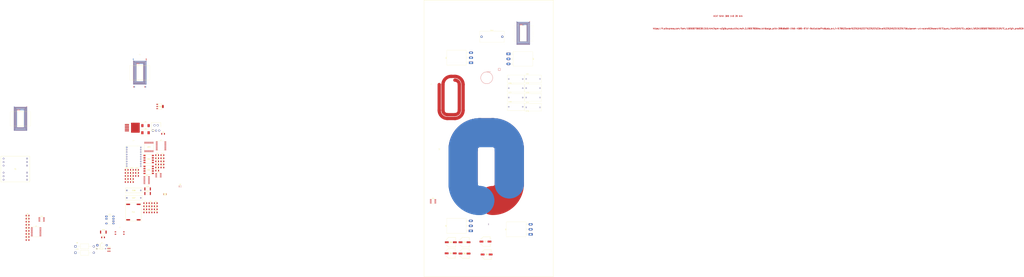
<source format=kicad_pcb>
(kicad_pcb (version 20241229) (generator "pcbnew") (generator_version "9.0")
  (layers (0 "F.Cu" signal) (4 "In1.Cu" signal) (6 "In2.Cu" signal) (2 "B.Cu" signal) (13 "F.Paste" user) (15 "B.Paste" user) (5 "F.SilkS" user "F.Silkscreen") (7 "B.SilkS" user "B.Silkscreen") (1 "F.Mask" user) (3 "B.Mask" user) (25 "Edge.Cuts" user))
  (net 0 "")
  (net 1 "OUT1")
  (net 2 "con_gnd")
  (net 3 "HVN1")
  (net 4 "Net-(T3-AB)")
  (net 5 "Net-(U7-DCDC_IN)")
  (net 6 "Net-(U7-DCDC_OUT)")
  (net 7 "Net-(U7-HLDO_OUT)")
  (net 8 "+5V")
  (net 9 "+3.3V")
  (net 10 "+12drvSec")
  (net 11 "Net-(D7-K)")
  (net 12 "Net-(D7-A)")
  (net 13 "Net-(D2-K)")
  (net 14 "Net-(T1-SEC_NS_1)")
  (net 15 "HVP1")
  (net 16 "Net-(Z1-K)")
  (net 17 "+12drvPrim")
  (net 18 "Net-(Z1-A)")
  (net 19 "Net-(IC1-DRV)")
  (net 20 "D_S_1")
  (net 21 "Net-(IC1-MIN_TOFF)")
  (net 22 "Net-(IC1-MIN_TON)")
  (net 24 "Net-(IC2-MIN_TOFF)")
  (net 25 "D_S_2")
  (net 26 "Net-(IC2-DRV)")
  (net 27 "Net-(IC2-MIN_TON)")
  (net 29 "S_P_1")
  (net 30 "G_P_1")
  (net 31 "G_P_2")
  (net 32 "G_S_2")
  (net 33 "G_S_1")
  (net 34 "Net-(R40-Pad1)")
  (net 35 "VoutMeasDiag")
  (net 36 "Net-(U7-INP)")
  (net 37 "Net-(U7-OUTN)")
  (net 38 "Net-(U7-OUTP)")
  (net 40 "Net-(U8-+)")
  (net 41 "Net-(U8--)")
  (net 42 "VoutMes1")
  (net 43 "CompOut")
  (net 44 "Net-(U9A--)")
  (net 45 "Net-(U9B--)")
  (net 46 "Net-(U9C--)")
  (net 47 "Net-(U9D--)")
  (net 48 "VinMes1")
  (net 49 "CurrInMes1")
  (net 50 "ThermMes1")
  (net 51 "HVP2")
  (net 52 "Net-(U10-FILTER)")
  (net 53 "Net-(U10-GND)")
  (net 54 "CurrOutMes1")
  (net 55 "OUT2")
  (net 56 "CurrOutFault")
  (net 57 "Net-(U14-VCAP)")
  (net 58 "Net-(R20-Pad2)")
  (net 59 "HVN_IN")
  (net 60 "HVP_IN")
  (net 61 "Net-(R21-Pad2)")
  (net 62 "Net-(R22-Pad2)")
  (net 63 "Net-(R23-Pad2)")
  (net 64 "Vref33")
  (net 65 "RX")
  (net 66 "Net-(U14-VOC)")
  (net 67 "GND_IN")
  (net 68 "Net-(C52-Pad2)")
  (net 69 "Net-(C54-Pad2)")
  (net 70 "Net-(C55-Pad2)")
  (net 71 "Net-(C65-Pad2)")
  (net 73 "con_vcc")
  (net 75 "con_RX")
  (net 76 "Net-(IC4-ANODE)")
  (net 77 "Net-(U5-VOA)")
  (net 78 "Net-(U5-VOB)")
  (net 79 "Net-(U5-DT)")
  (net 80 "EN1")
  (net 81 "TX")
  (net 82 "Net-(IC5-ANODE)")
  (net 83 "con_TX")
  (net 84 "ResMuc")
  (net 88 "PWM1")
  (net 89 "Net-(D6-K)")
  (net 90 "RDY1")
  (net 91 "Net-(C11-Pad1)")
  (net 92 "Net-(C48-Pad2)")
  (net 94 "Net-(C50-Pad2)")
  (net 95 "Net-(C52-Pad1)")
  (net 99 "Net-(T3-AA)")
  (net 103 "Net-(T1-SEC_NS_3)")
  (net 107 "Net-(D9-K)")
  (net 108 "Net-(U11-EN{slash}UV)")
  (net 109 "Net-(U11-BP{slash}M)")
  (footprint "Resistor_SMD:R_1206_3216Metric" (layer "F.Cu") (at 195.77161 -231.865)
    (property "Reference" "R22" (at 0 -1.83 0) (layer "F.SilkS"))
    (property "Value" "100K 0.1% 520mW")
    (pad "1" smd roundrect (at -1.4625 0) (size 1.125 1.75) (layers "F.Cu" "F.Mask" "F.Paste") (roundrect_rratio 0.222222) (net 61 "Net-(R21-Pad2)"))
    (pad "2" smd roundrect (at 1.4625 0) (size 1.125 1.75) (layers "F.Cu" "F.Mask" "F.Paste") (roundrect_rratio 0.222222) (net 62 "Net-(R22-Pad2)"))
  )
  (footprint "Resistor_SMD:R_1206_3216Metric" (layer "F.Cu") (at 88.52161 -178.955)
    (property "Reference" "R12" (at 0 -1.83 0) (layer "F.SilkS"))
    (property "Value" "R")
    (pad "1" smd roundrect (at -1.4625 0) (size 1.125 1.75) (layers "F.Cu" "F.Mask" "F.Paste") (roundrect_rratio 0.222222) (net 30 "G_P_1"))
    (pad "2" smd roundrect (at 1.4625 0) (size 1.125 1.75) (layers "F.Cu" "F.Mask" "F.Paste") (roundrect_rratio 0.222222) (net 77 "Net-(U5-VOA)"))
  )
  (footprint "UG4D:DIOAD1990W125L900D530" (layer "F.Cu") (at 150.2825 -155.5)
    (property "Reference" "D8" (at -8.15 -3.885 0) (layer "F.SilkS"))
    (property "Value" "UG4D")
    (pad "A" thru_hole circle (at 9.95 0) (size 2.25 2.25) (drill 1.5) (layers "*.Cu" "*.Mask") (net 14 "Net-(T1-SEC_NS_1)"))
    (pad "C" thru_hole rect (at -9.95 0) (size 2.25 2.25) (drill 1.5) (layers "*.Cu" "*.Mask") (net 16 "Net-(Z1-K)"))
  )
  (footprint "Capacitor_SMD:C_1206_3216Metric" (layer "F.Cu") (at 234.41161 -240.995)
    (property "Reference" "C70" (at 0 -1.85 0) (layer "F.SilkS"))
    (property "Value" "100nF")
    (pad "1" smd roundrect (at -1.475 0) (size 1.15 1.8) (layers "F.Cu" "F.Mask" "F.Paste") (roundrect_rratio 0.217391) (net 3 "HVN1"))
    (pad "2" smd roundrect (at 1.475 0) (size 1.15 1.8) (layers "F.Cu" "F.Mask" "F.Paste") (roundrect_rratio 0.217391) (net 9 "+3.3V"))
  )
  (footprint "Resistor_SMD:R_1206_3216Metric" (layer "F.Cu") (at 88.52161 -172.335)
    (property "Reference" "R14" (at 0 -1.83 0) (layer "F.SilkS"))
    (property "Value" "R")
    (pad "1" smd roundrect (at -1.4625 0) (size 1.125 1.75) (layers "F.Cu" "F.Mask" "F.Paste") (roundrect_rratio 0.222222) (net 31 "G_P_2"))
    (pad "2" smd roundrect (at 1.4625 0) (size 1.125 1.75) (layers "F.Cu" "F.Mask" "F.Paste") (roundrect_rratio 0.222222) (net 78 "Net-(U5-VOB)"))
  )
  (footprint "B32672L8153J000:CAPRR1500W80L1800T850H1450" (layer "F.Cu") (at 616.75 -306.85)
    (property "Reference" "C78" (at -6.075 -5.335 0) (layer "F.SilkS"))
    (property "Value" "B32672L8153J")
    (pad "1" thru_hole circle (at -7.5 0) (size 1.4 1.4) (drill 1.05) (layers "*.Cu" "*.Mask") (net 4 "Net-(T3-AB)"))
    (pad "2" thru_hole circle (at 7.5 0) (size 1.4 1.4) (drill 1.05) (layers "*.Cu" "*.Mask") (net 3 "HVN1"))
  )
  (footprint "Package_SO:SOIC-14_3.9x8.7mm_P1.27mm" (layer "F.Cu") (at 217.41161 -227.35)
    (property "Reference" "U9" (at 0 -5.28 0) (layer "F.SilkS"))
    (property "Value" "TLV9024QDRQ1")
    (pad "1" smd roundrect (at -2.475 -3.81) (size 1.95 0.6) (layers "F.Cu" "F.Mask" "F.Paste") (net 43 "CompOut"))
    (pad "2" smd roundrect (at -2.475 -2.54) (size 1.95 0.6) (layers "F.Cu" "F.Mask" "F.Paste") (net 43 "CompOut"))
    (pad "3" smd roundrect (at -2.475 -1.27) (size 1.95 0.6) (layers "F.Cu" "F.Mask" "F.Paste") (net 8 "+5V"))
    (pad "4" smd roundrect (at -2.475 0) (size 1.95 0.6) (layers "F.Cu" "F.Mask" "F.Paste") (net 45 "Net-(U9B--)"))
    (pad "5" smd roundrect (at -2.475 1.27) (size 1.95 0.6) (layers "F.Cu" "F.Mask" "F.Paste") (net 48 "VinMes1"))
    (pad "6" smd roundrect (at -2.475 2.54) (size 1.95 0.6) (layers "F.Cu" "F.Mask" "F.Paste") (net 44 "Net-(U9A--)"))
    (pad "7" smd roundrect (at -2.475 3.81) (size 1.95 0.6) (layers "F.Cu" "F.Mask" "F.Paste") (net 42 "VoutMes1"))
    (pad "8" smd roundrect (at 2.475 3.81) (size 1.95 0.6) (layers "F.Cu" "F.Mask" "F.Paste") (net 46 "Net-(U9C--)"))
    (pad "9" smd roundrect (at 2.475 2.54) (size 1.95 0.6) (layers "F.Cu" "F.Mask" "F.Paste") (net 49 "CurrInMes1"))
    (pad "10" smd roundrect (at 2.475 1.27) (size 1.95 0.6) (layers "F.Cu" "F.Mask" "F.Paste") (net 47 "Net-(U9D--)"))
    (pad "11" smd roundrect (at 2.475 0) (size 1.95 0.6) (layers "F.Cu" "F.Mask" "F.Paste") (net 50 "ThermMes1"))
    (pad "12" smd roundrect (at 2.475 -1.27) (size 1.95 0.6) (layers "F.Cu" "F.Mask" "F.Paste") (net 3 "HVN1"))
    (pad "13" smd roundrect (at 2.475 -2.54) (size 1.95 0.6) (layers "F.Cu" "F.Mask" "F.Paste") (net 43 "CompOut"))
    (pad "14" smd roundrect (at 2.475 -3.81) (size 1.95 0.6) (layers "F.Cu" "F.Mask" "F.Paste") (net 43 "CompOut"))
  )
  (footprint "Package_SO:SOIC-16W_7.5x10.3mm_P1.27mm" (layer "F.Cu") (at 97.78161 -171.345)
    (property "Reference" "U5" (at 0 -6.1 0) (layer "F.SilkS"))
    (property "Value" "SI82394AD-IS")
    (pad "1" smd roundrect (at -4.65 -4.445) (size 2.05 0.6) (layers "F.Cu" "F.Mask" "F.Paste") (net 88 "PWM1"))
    (pad "2" smd roundrect (at -4.65 -3.175) (size 2.05 0.6) (layers "F.Cu" "F.Mask" "F.Paste"))
    (pad "3" smd roundrect (at -4.65 -1.905) (size 2.05 0.6) (layers "F.Cu" "F.Mask" "F.Paste") (net 8 "+5V"))
    (pad "4" smd roundrect (at -4.65 -0.635) (size 2.05 0.6) (layers "F.Cu" "F.Mask" "F.Paste") (net 3 "HVN1"))
    (pad "5" smd roundrect (at -4.65 0.635) (size 2.05 0.6) (layers "F.Cu" "F.Mask" "F.Paste") (net 80 "EN1"))
    (pad "6" smd roundrect (at -4.65 1.905) (size 2.05 0.6) (layers "F.Cu" "F.Mask" "F.Paste") (net 79 "Net-(U5-DT)"))
    (pad "7" smd roundrect (at -4.65 3.175) (size 2.05 0.6) (layers "F.Cu" "F.Mask" "F.Paste") (net 90 "RDY1"))
    (pad "8" smd roundrect (at -4.65 4.445) (size 2.05 0.6) (layers "F.Cu" "F.Mask" "F.Paste") (net 8 "+5V"))
    (pad "9" smd roundrect (at 4.65 4.445) (size 2.05 0.6) (layers "F.Cu" "F.Mask" "F.Paste") (net 3 "HVN1"))
    (pad "10" smd roundrect (at 4.65 3.175) (size 2.05 0.6) (layers "F.Cu" "F.Mask" "F.Paste") (net 78 "Net-(U5-VOB)"))
    (pad "11" smd roundrect (at 4.65 1.905) (size 2.05 0.6) (layers "F.Cu" "F.Mask" "F.Paste") (net 17 "+12drvPrim"))
    (pad "12" smd roundrect (at 4.65 0.635) (size 2.05 0.6) (layers "F.Cu" "F.Mask" "F.Paste"))
    (pad "13" smd roundrect (at 4.65 -0.635) (size 2.05 0.6) (layers "F.Cu" "F.Mask" "F.Paste"))
    (pad "14" smd roundrect (at 4.65 -1.905) (size 2.05 0.6) (layers "F.Cu" "F.Mask" "F.Paste") (net 30 "G_P_1"))
    (pad "15" smd roundrect (at 4.65 -3.175) (size 2.05 0.6) (layers "F.Cu" "F.Mask" "F.Paste") (net 77 "Net-(U5-VOA)"))
    (pad "16" smd roundrect (at 4.65 -4.445) (size 2.05 0.6) (layers "F.Cu" "F.Mask" "F.Paste") (net 89 "Net-(D6-K)"))
  )
  (footprint "Resistor_SMD:R_1206_3216Metric" (layer "F.Cu") (at 206.99161 -238.485)
    (property "Reference" "R37" (at 0 -1.83 0) (layer "F.SilkS"))
    (property "Value" "R")
    (pad "1" smd roundrect (at -1.4625 0) (size 1.125 1.75) (layers "F.Cu" "F.Mask" "F.Paste") (roundrect_rratio 0.222222) (net 65 "RX"))
    (pad "2" smd roundrect (at 1.4625 0) (size 1.125 1.75) (layers "F.Cu" "F.Mask" "F.Paste") (roundrect_rratio 0.222222) (net 9 "+3.3V"))
  )
  (footprint "B40910A8127M000:B40910A8127M000" (layer "F.Cu") (at 584 -160.75)
    (property "Reference" "C7" (at 0 0 0) (layer "F.SilkS") (effects (font (size 1.27 1.27) (thickness 0.254))))
    (property "Value" "B40910A8127M000" (hide yes))
    (pad "1" smd rect (at -4.35 0 90) (size 2 4.1) (layers "F.Cu" "F.Mask" "F.Paste") (net 1 "OUT1"))
    (pad "2" smd rect (at 4.35 0 90) (size 2 4.1) (layers "F.Cu" "F.Mask" "F.Paste") (net 2 "con_gnd"))
  )
  (footprint "Capacitor_SMD:C_1206_3216Metric" (layer "F.Cu") (at 234.41161 -251.045)
    (property "Reference" "C41" (at 0 -1.85 0) (layer "F.SilkS"))
    (property "Value" "10nF")
    (pad "1" smd roundrect (at -1.475 0) (size 1.15 1.8) (layers "F.Cu" "F.Mask" "F.Paste") (roundrect_rratio 0.217391) (net 57 "Net-(U14-VCAP)"))
    (pad "2" smd roundrect (at 1.475 0) (size 1.15 1.8) (layers "F.Cu" "F.Mask" "F.Paste") (roundrect_rratio 0.217391) (net 2 "con_gnd"))
  )
  (footprint "Resistor_SMD:R_1206_3216Metric" (layer "F.Cu") (at 195.77161 -235.175)
    (property "Reference" "R21" (at 0 -1.83 0) (layer "F.SilkS"))
    (property "Value" "100K 0.1% 520mW")
    (pad "1" smd roundrect (at -1.4625 0) (size 1.125 1.75) (layers "F.Cu" "F.Mask" "F.Paste") (roundrect_rratio 0.222222) (net 58 "Net-(R20-Pad2)"))
    (pad "2" smd roundrect (at 1.4625 0) (size 1.125 1.75) (layers "F.Cu" "F.Mask" "F.Paste") (roundrect_rratio 0.222222) (net 61 "Net-(R21-Pad2)"))
  )
  (footprint "Resistor_SMD:R_1206_3216Metric" (layer "F.Cu") (at 88.52161 -185.575)
    (property "Reference" "R10" (at 0 -1.83 0) (layer "F.SilkS"))
    (property "Value" "R")
    (pad "1" smd roundrect (at -1.4625 0) (size 1.125 1.75) (layers "F.Cu" "F.Mask" "F.Paste") (roundrect_rratio 0.222222) (net 27 "Net-(IC2-MIN_TON)"))
    (pad "2" smd roundrect (at 1.4625 0) (size 1.125 1.75) (layers "F.Cu" "F.Mask" "F.Paste") (roundrect_rratio 0.222222) (net 2 "con_gnd"))
  )
  (footprint "Capacitor_SMD:C_1206_3216Metric" (layer "F.Cu") (at 234.41161 -244.345)
    (property "Reference" "C45" (at 0 -1.85 0) (layer "F.SilkS"))
    (property "Value" "100nF")
    (pad "1" smd roundrect (at -1.475 0) (size 1.15 1.8) (layers "F.Cu" "F.Mask" "F.Paste") (roundrect_rratio 0.217391) (net 8 "+5V"))
    (pad "2" smd roundrect (at 1.475 0) (size 1.15 1.8) (layers "F.Cu" "F.Mask" "F.Paste") (roundrect_rratio 0.217391) (net 3 "HVN1"))
  )
  (footprint "Package_TO_SOT_THT:TO-247-3_Horizontal_TabDown" (layer "F.Cu") (at 568.36 -354.55 90)
    (property "Reference" "Q1" (at 5.45 -26.98 90) (layer "F.SilkS"))
    (property "Value" "IPW60R037CM8XKSA1")
    (pad "" np_thru_hole circle (at 5.45 -19.86 90) (size 3.6 3.6) (drill 3.6) (layers "*.Cu" "*.Mask"))
    (pad "1" thru_hole rect (at 0 0 90) (size 2.5 4.5) (drill 1.5) (layers "*.Cu" "*.Mask") (net 30 "G_P_1"))
    (pad "2" thru_hole oval (at 5.45 0 90) (size 2.5 4.5) (drill 1.5) (layers "*.Cu" "*.Mask") (net 15 "HVP1"))
    (pad "3" thru_hole oval (at 10.9 0 90) (size 2.5 4.5) (drill 1.5) (layers "*.Cu" "*.Mask") (net 29 "S_P_1"))
  )
  (footprint "AZ1117CH2-3.3TRG1:SOT230P700X180-4N" (layer "F.Cu") (at 231.86661 -307.165)
    (property "Reference" "IC6" (at 0 0 0) (layer "F.SilkS") (effects (font (size 1.27 1.27) (thickness 0.254))))
    (property "Value" "AZ1117CH2-3.3TRG1" (hide yes))
    (pad "1" smd rect (at -3.1 -2.3 90) (size 0.9 1.85) (layers "F.Cu" "F.Mask" "F.Paste") (net 8 "+5V"))
    (pad "2" smd rect (at -3.1 0 90) (size 0.9 1.85) (layers "F.Cu" "F.Mask" "F.Paste") (net 3 "HVN1"))
    (pad "3" smd rect (at -3.1 2.3 90) (size 0.9 1.85) (layers "F.Cu" "F.Mask" "F.Paste") (net 9 "+3.3V"))
    (pad "4" smd rect (at 3.1 0) (size 1.85 3.2) (layers "F.Cu" "F.Mask" "F.Paste") (net 3 "HVN1"))
  )
  (footprint "Resistor_SMD:R_2512_6332Metric" (layer "F.Cu") (at 218.42161 -217.795)
    (property "Reference" "R39" (at 0 -2.63 0) (layer "F.SilkS"))
    (property "Value" "35203R9JT")
    (pad "1" smd roundrect (at -2.9625 0) (size 1.225 3.35) (layers "F.Cu" "F.Mask" "F.Paste") (roundrect_rratio 0.204082) (net 70 "Net-(C55-Pad2)"))
    (pad "2" smd roundrect (at 2.9625 0) (size 1.225 3.35) (layers "F.Cu" "F.Mask" "F.Paste") (roundrect_rratio 0.204082) (net 67 "GND_IN"))
  )
  (footprint "Capacitor_SMD:C_1206_3216Metric" (layer "F.Cu") (at 234.41161 -254.395)
    (property "Reference" "C40" (at 0 -1.85 0) (layer "F.SilkS"))
    (property "Value" "1uF")
    (pad "1" smd roundrect (at -1.475 0) (size 1.15 1.8) (layers "F.Cu" "F.Mask" "F.Paste") (roundrect_rratio 0.217391) (net 8 "+5V"))
    (pad "2" smd roundrect (at 1.475 0) (size 1.15 1.8) (layers "F.Cu" "F.Mask" "F.Paste") (roundrect_rratio 0.217391) (net 53 "Net-(U10-GND)"))
  )
  (footprint "Package_DIP:PowerIntegrations_PDIP-8C" (layer "F.Cu") (at 173.8575 -187.95)
    (property "Reference" "U11" (at 3.81 -2.33 0) (layer "F.SilkS"))
    (property "Value" "TNY279P")
    (pad "1" thru_hole rect (at 0 0) (size 2.4 1.6) (drill 0.8) (layers "*.Cu" "*.Mask") (net 108 "Net-(U11-EN{slash}UV)"))
    (pad "2" thru_hole oval (at 0 2.54) (size 2.4 1.6) (drill 0.8) (layers "*.Cu" "*.Mask") (net 109 "Net-(U11-BP{slash}M)"))
    (pad "4" thru_hole oval (at 0 7.62) (size 2.4 1.6) (drill 0.8) (layers "*.Cu" "*.Mask") (net 12 "Net-(D7-A)"))
    (pad "5" thru_hole oval (at 7.62 7.62) (size 2.4 1.6) (drill 0.8) (layers "*.Cu" "*.Mask") (net 3 "HVN1"))
    (pad "6" thru_hole oval (at 7.62 5.08) (size 2.4 1.6) (drill 0.8) (layers "*.Cu" "*.Mask") (net 3 "HVN1"))
    (pad "7" thru_hole oval (at 7.62 2.54) (size 2.4 1.6) (drill 0.8) (layers "*.Cu" "*.Mask") (net 3 "HVN1"))
    (pad "8" thru_hole oval (at 7.62 0) (size 2.4 1.6) (drill 0.8) (layers "*.Cu" "*.Mask") (net 3 "HVN1"))
  )
  (footprint "B32672L8153J000:CAPRR1500W80L1800T850H1450" (layer "F.Cu") (at 635.5 -306.25)
    (property "Reference" "C74" (at -6.075 -5.335 0) (layer "F.SilkS"))
    (property "Value" "B32672L8153J")
    (pad "1" thru_hole circle (at -7.5 0) (size 1.4 1.4) (drill 1.05) (layers "*.Cu" "*.Mask") (net 4 "Net-(T3-AB)"))
    (pad "2" thru_hole circle (at 7.5 0) (size 1.4 1.4) (drill 1.05) (layers "*.Cu" "*.Mask") (net 3 "HVN1"))
  )
  (footprint "B32672L8153J000:CAPRR1500W80L1800T850H1450" (layer "F.Cu") (at 616.75 -326.95)
    (property "Reference" "C76" (at -6.075 -5.335 0) (layer "F.SilkS"))
    (property "Value" "B32672L8153J")
    (pad "1" thru_hole circle (at -7.5 0) (size 1.4 1.4) (drill 1.05) (layers "*.Cu" "*.Mask") (net 4 "Net-(T3-AB)"))
    (pad "2" thru_hole circle (at 7.5 0) (size 1.4 1.4) (drill 1.05) (layers "*.Cu" "*.Mask") (net 3 "HVN1"))
  )
  (footprint "11328-T074:11328T074" (layer "F.Cu") (at 87.95 -227.82)
    (property "Reference" "T1" (at -12.7 -11.43 0) (layer "F.SilkS") (effects (font (size 1.27 1.27) (thickness 0.254))))
    (property "Value" "11328-T074" (hide yes))
    (pad "1" thru_hole circle (at 0 0) (size 1.65 1.65) (drill 1.1) (layers "*.Cu" "*.Mask") (net 12 "Net-(D7-A)"))
    (pad "2" thru_hole circle (at 0 -3.81) (size 1.65 1.65) (drill 1.1) (layers "*.Cu" "*.Mask"))
    (pad "3" thru_hole circle (at 0 -7.62) (size 1.65 1.65) (drill 1.1) (layers "*.Cu" "*.Mask") (net 15 "HVP1"))
    (pad "4" thru_hole circle (at 0 -15.24) (size 1.65 1.65) (drill 1.1) (layers "*.Cu" "*.Mask"))
    (pad "5" thru_hole circle (at 0 -19.05) (size 1.65 1.65) (drill 1.1) (layers "*.Cu" "*.Mask"))
    (pad "6" thru_hole circle (at 0 -22.86) (size 1.65 1.65) (drill 1.1) (layers "*.Cu" "*.Mask"))
    (pad "7" thru_hole circle (at -25.4 -22.86) (size 1.65 1.65) (drill 1.1) (layers "*.Cu" "*.Mask"))
    (pad "8" thru_hole circle (at -25.4 -19.05) (size 1.65 1.65) (drill 1.1) (layers "*.Cu" "*.Mask") (net 14 "Net-(T1-SEC_NS_1)"))
    (pad "9" thru_hole circle (at -25.4 -15.24) (size 1.65 1.65) (drill 1.1) (layers "*.Cu" "*.Mask") (net 14 "Net-(T1-SEC_NS_1)"))
    (pad "10" thru_hole circle (at -25.4 -7.62) (size 1.65 1.65) (drill 1.1) (layers "*.Cu" "*.Mask") (net 103 "Net-(T1-SEC_NS_3)"))
    (pad "11" thru_hole circle (at -25.4 -3.81) (size 1.65 1.65) (drill 1.1) (layers "*.Cu" "*.Mask") (net 103 "Net-(T1-SEC_NS_3)"))
    (pad "12" thru_hole circle (at -25.4 0) (size 1.65 1.65) (drill 1.1) (layers "*.Cu" "*.Mask"))
  )
  (footprint "Capacitor_SMD:C_1206_3216Metric" (layer "F.Cu") (at 228.76161 -254.395)
    (property "Reference" "C28" (at 0 -1.85 0) (layer "F.SilkS"))
    (property "Value" "100nF")
    (pad "1" smd roundrect (at -1.475 0) (size 1.15 1.8) (layers "F.Cu" "F.Mask" "F.Paste") (roundrect_rratio 0.217391) (net 5 "Net-(U7-DCDC_IN)"))
    (pad "2" smd roundrect (at 1.475 0) (size 1.15 1.8) (layers "F.Cu" "F.Mask" "F.Paste") (roundrect_rratio 0.217391) (net 3 "HVN1"))
  )
  (footprint "Capacitor_SMD:C_1206_3216Metric" (layer "F.Cu") (at 215.91161 -195.675)
    (property "Reference" "C49" (at 0 -1.85 0) (layer "F.SilkS"))
    (property "Value" "885342208008")
    (pad "1" smd roundrect (at -1.475 0) (size 1.15 1.8) (layers "F.Cu" "F.Mask" "F.Paste") (roundrect_rratio 0.217391) (net 92 "Net-(C48-Pad2)"))
    (pad "2" smd roundrect (at 1.475 0) (size 1.15 1.8) (layers "F.Cu" "F.Mask" "F.Paste") (roundrect_rratio 0.217391))
  )
  (footprint "R46KI310050M1K:R46KI310050M1K" (layer "F.Cu") (at 196.01661 -208.1)
    (property "Reference" "C57" (at 7.5 0 0) (layer "F.SilkS") (effects (font (size 1.27 1.27) (thickness 0.254))))
    (property "Value" "R46KI310050M1K" (hide yes))
    (pad "1" thru_hole rect (at 0 0) (size 1.3 1.3) (drill 0.8) (layers "*.Cu" "*.Mask") (net 51 "HVP2"))
    (pad "2" thru_hole circle (at 15 0) (size 1.3 1.3) (drill 0.8) (layers "*.Cu" "*.Mask") (net 3 "HVN1"))
  )
  (footprint "R46KI310050M1K:R46KI310050M1K" (layer "F.Cu") (at 196.01661 -216.2)
    (property "Reference" "C56" (at 7.5 0 0) (layer "F.SilkS") (effects (font (size 1.27 1.27) (thickness 0.254))))
    (property "Value" "R46KI310050M1K" (hide yes))
    (pad "1" thru_hole rect (at 0 0) (size 1.3 1.3) (drill 0.8) (layers "*.Cu" "*.Mask") (net 60 "HVP_IN"))
    (pad "2" thru_hole circle (at 15 0) (size 1.3 1.3) (drill 0.8) (layers "*.Cu" "*.Mask") (net 59 "HVN_IN"))
  )
  (footprint "Package_SO:SOIC-8_3.9x4.9mm_P1.27mm" (layer "F.Cu") (at 103.75 -184.75)
    (property "Reference" "IC2" (at 0 -3.4 0) (layer "F.SilkS"))
    (property "Value" "NCP43080ADR2G")
    (pad "1" smd roundrect (at -2.475 -1.905) (size 1.95 0.6) (layers "F.Cu" "F.Mask" "F.Paste") (net 10 "+12drvSec"))
    (pad "2" smd roundrect (at -2.475 -0.635) (size 1.95 0.6) (layers "F.Cu" "F.Mask" "F.Paste") (net 24 "Net-(IC2-MIN_TOFF)"))
    (pad "3" smd roundrect (at -2.475 0.635) (size 1.95 0.6) (layers "F.Cu" "F.Mask" "F.Paste") (net 27 "Net-(IC2-MIN_TON)"))
    (pad "4" smd roundrect (at -2.475 1.905) (size 1.95 0.6) (layers "F.Cu" "F.Mask" "F.Paste") (net 2 "con_gnd"))
    (pad "5" smd roundrect (at 2.475 1.905) (size 1.95 0.6) (layers "F.Cu" "F.Mask" "F.Paste"))
    (pad "6" smd roundrect (at 2.475 0.635) (size 1.95 0.6) (layers "F.Cu" "F.Mask" "F.Paste") (net 25 "D_S_2"))
    (pad "7" smd roundrect (at 2.475 -0.635) (size 1.95 0.6) (layers "F.Cu" "F.Mask" "F.Paste") (net 2 "con_gnd"))
    (pad "8" smd roundrect (at 2.475 -1.905) (size 1.95 0.6) (layers "F.Cu" "F.Mask" "F.Paste") (net 26 "Net-(IC2-DRV)"))
  )
  (footprint "Package_TO_SOT_SMD:SOT-353_SC-70-5" (layer "F.Cu") (at 253.55 -220.4)
    (property "Reference" "U8" (at 0 -2.25 0) (layer "F.SilkS"))
    (property "Value" "TLV6001IDCKT")
    (pad "1" smd roundrect (at -0.95 -0.65) (size 0.65 0.4) (layers "F.Cu" "F.Mask" "F.Paste") (net 40 "Net-(U8-+)"))
    (pad "2" smd roundrect (at -0.95 0) (size 0.65 0.4) (layers "F.Cu" "F.Mask" "F.Paste") (net 3 "HVN1"))
    (pad "3" smd roundrect (at -0.95 0.65) (size 0.65 0.4) (layers "F.Cu" "F.Mask" "F.Paste") (net 41 "Net-(U8--)"))
    (pad "4" smd roundrect (at 0.95 0.65) (size 0.65 0.4) (layers "F.Cu" "F.Mask" "F.Paste") (net 42 "VoutMes1"))
    (pad "5" smd roundrect (at 0.95 -0.65) (size 0.65 0.4) (layers "F.Cu" "F.Mask" "F.Paste") (net 8 "+5V"))
  )
  (footprint "Capacitor_SMD:C_1206_3216Metric" (layer "F.Cu") (at 227.21161 -192.325)
    (property "Reference" "C66" (at 0 -1.85 0) (layer "F.SilkS"))
    (property "Value" "885342208008")
    (pad "1" smd roundrect (at -1.475 0) (size 1.15 1.8) (layers "F.Cu" "F.Mask" "F.Paste") (roundrect_rratio 0.217391) (net 71 "Net-(C65-Pad2)"))
    (pad "2" smd roundrect (at 1.475 0) (size 1.15 1.8) (layers "F.Cu" "F.Mask" "F.Paste") (roundrect_rratio 0.217391) (net 67 "GND_IN"))
  )
  (footprint "6N137S-TA1:SOP254P1016X460-8N" (layer "F.Cu") (at 219.56161 -238.475)
    (property "Reference" "IC5" (at 0 0 0) (layer "F.SilkS") (effects (font (size 1.27 1.27) (thickness 0.254))))
    (property "Value" "6N137S-TA1" (hide yes))
    (pad "1" smd rect (at -4.55 -3.81 90) (size 1.45 2.1) (layers "F.Cu" "F.Mask" "F.Paste"))
    (pad "2" smd rect (at -4.55 -1.27 90) (size 1.45 2.1) (layers "F.Cu" "F.Mask" "F.Paste") (net 82 "Net-(IC5-ANODE)"))
    (pad "3" smd rect (at -4.55 1.27 90) (size 1.45 2.1) (layers "F.Cu" "F.Mask" "F.Paste") (net 2 "con_gnd"))
    (pad "4" smd rect (at -4.55 3.81 90) (size 1.45 2.1) (layers "F.Cu" "F.Mask" "F.Paste"))
    (pad "5" smd rect (at 4.55 3.81 90) (size 1.45 2.1) (layers "F.Cu" "F.Mask" "F.Paste") (net 3 "HVN1"))
    (pad "6" smd rect (at 4.55 1.27 90) (size 1.45 2.1) (layers "F.Cu" "F.Mask" "F.Paste") (net 65 "RX"))
    (pad "7" smd rect (at 4.55 -1.27 90) (size 1.45 2.1) (layers "F.Cu" "F.Mask" "F.Paste") (net 9 "+3.3V"))
    (pad "8" smd rect (at 4.55 -3.81 90) (size 1.45 2.1) (layers "F.Cu" "F.Mask" "F.Paste") (net 9 "+3.3V"))
  )
  (footprint "Capacitor_SMD:C_1206_3216Metric" (layer "F.Cu") (at 215.91161 -202.375)
    (property "Reference" "C11" (at 0 -1.85 0) (layer "F.SilkS"))
    (property "Value" "885342208008")
    (pad "1" smd roundrect (at -1.475 0) (size 1.15 1.8) (layers "F.Cu" "F.Mask" "F.Paste") (roundrect_rratio 0.217391) (net 91 "Net-(C11-Pad1)"))
    (pad "2" smd roundrect (at 1.475 0) (size 1.15 1.8) (layers "F.Cu" "F.Mask" "F.Paste") (roundrect_rratio 0.217391) (net 60 "HVP_IN"))
  )
  (footprint "B40910A8127M000:B40910A8127M000" (layer "F.Cu") (at 546.5 -160)
    (property "Reference" "C81" (at 0 0 0) (layer "F.SilkS") (effects (font (size 1.27 1.27) (thickness 0.254))))
    (property "Value" "B40910A8127M000" (hide yes))
    (pad "1" smd rect (at -4.35 0 90) (size 2 4.1) (layers "F.Cu" "F.Mask" "F.Paste") (net 2 "con_gnd"))
    (pad "2" smd rect (at 4.35 0 90) (size 2 4.1) (layers "F.Cu" "F.Mask" "F.Paste") (net 1 "OUT1"))
  )
  (footprint "Resistor_SMD:R_1206_3216Metric" (layer "F.Cu") (at 88.52161 -169.025)
    (property "Reference" "R15" (at 0 -1.83 0) (layer "F.SilkS"))
    (property "Value" "R")
    (pad "1" smd roundrect (at -1.4625 0) (size 1.125 1.75) (layers "F.Cu" "F.Mask" "F.Paste") (roundrect_rratio 0.222222) (net 31 "G_P_2"))
    (pad "2" smd roundrect (at 1.4625 0) (size 1.125 1.75) (layers "F.Cu" "F.Mask" "F.Paste") (roundrect_rratio 0.222222) (net 3 "HVN1"))
  )
  (footprint "Capacitor_SMD:C_1206_3216Metric" (layer "F.Cu") (at 215.91161 -192.325)
    (property "Reference" "C50" (at 0 -1.85 0) (layer "F.SilkS"))
    (property "Value" "885342208008")
    (pad "1" smd roundrect (at -1.475 0) (size 1.15 1.8) (layers "F.Cu" "F.Mask" "F.Paste") (roundrect_rratio 0.217391) (net 3 "HVN1"))
    (pad "2" smd roundrect (at 1.475 0) (size 1.15 1.8) (layers "F.Cu" "F.Mask" "F.Paste") (roundrect_rratio 0.217391) (net 94 "Net-(C50-Pad2)"))
  )
  (footprint "B40910A8127M000:B40910A8127M000" (layer "F.Cu") (at 561.35 -160)
    (property "Reference" "C79" (at 0 0 0) (layer "F.SilkS") (effects (font (size 1.27 1.27) (thickness 0.254))))
    (property "Value" "B40910A8127M000" (hide yes))
    (pad "1" smd rect (at -4.35 0 90) (size 2 4.1) (layers "F.Cu" "F.Mask" "F.Paste") (net 2 "con_gnd"))
    (pad "2" smd rect (at 4.35 0 90) (size 2 4.1) (layers "F.Cu" "F.Mask" "F.Paste") (net 1 "OUT1"))
  )
  (footprint "Resistor_SMD:R_1206_3216Metric" (layer "F.Cu") (at 206.99161 -235.175)
    (property "Reference" "R38" (at 0 -1.83 0) (layer "F.SilkS"))
    (property "Value" "R")
    (pad "1" smd roundrect (at -1.4625 0) (size 1.125 1.75) (layers "F.Cu" "F.Mask" "F.Paste") (roundrect_rratio 0.222222) (net 75 "con_RX"))
    (pad "2" smd roundrect (at 1.4625 0) (size 1.125 1.75) (layers "F.Cu" "F.Mask" "F.Paste") (roundrect_rratio 0.222222) (net 73 "con_vcc"))
  )
  (footprint "Package_SO:SOIC-8_3.9x4.9mm_P1.27mm" (layer "F.Cu") (at 527.275 -204.345)
    (property "Reference" "IC1" (at 0 -3.4 0) (layer "F.SilkS"))
    (property "Value" "NCP43080ADR2G")
    (pad "1" smd roundrect (at -2.475 -1.905) (size 1.95 0.6) (layers "F.Cu" "F.Mask" "F.Paste") (net 10 "+12drvSec"))
    (pad "2" smd roundrect (at -2.475 -0.635) (size 1.95 0.6) (layers "F.Cu" "F.Mask" "F.Paste") (net 21 "Net-(IC1-MIN_TOFF)"))
    (pad "3" smd roundrect (at -2.475 0.635) (size 1.95 0.6) (layers "F.Cu" "F.Mask" "F.Paste") (net 22 "Net-(IC1-MIN_TON)"))
    (pad "4" smd roundrect (at -2.475 1.905) (size 1.95 0.6) (layers "F.Cu" "F.Mask" "F.Paste") (net 2 "con_gnd"))
    (pad "5" smd roundrect (at 2.475 1.905) (size 1.95 0.6) (layers "F.Cu" "F.Mask" "F.Paste"))
    (pad "6" smd roundrect (at 2.475 0.635) (size 1.95 0.6) (layers "F.Cu" "F.Mask" "F.Paste") (net 20 "D_S_1"))
    (pad "7" smd roundrect (at 2.475 -0.635) (size 1.95 0.6) (layers "F.Cu" "F.Mask" "F.Paste") (net 2 "con_gnd"))
    (pad "8" smd roundrect (at 2.475 -1.905) (size 1.95 0.6) (layers "F.Cu" "F.Mask" "F.Paste") (net 19 "Net-(IC1-DRV)"))
  )
  (footprint "Capacitor_SMD:C_1206_3216Metric" (layer "F.Cu") (at 221.56161 -199.025)
    (property "Reference" "C52" (at 0 -1.85 0) (layer "F.SilkS"))
    (property "Value" "885342208008")
    (pad "1" smd roundrect (at -1.475 0) (size 1.15 1.8) (layers "F.Cu" "F.Mask" "F.Paste") (roundrect_rratio 0.217391) (net 95 "Net-(C52-Pad1)"))
    (pad "2" smd roundrect (at 1.475 0) (size 1.15 1.8) (layers "F.Cu" "F.Mask" "F.Paste") (roundrect_rratio 0.217391) (net 68 "Net-(C52-Pad2)"))
  )
  (footprint "Resistor_SMD:R_1206_3216Metric" (layer "F.Cu") (at 201.38161 -231.865)
    (property "Reference" "R34" (at 0 -1.83 0) (layer "F.SilkS"))
    (property "Value" "R")
    (pad "1" smd roundrect (at -1.4625 0) (size 1.125 1.75) (layers "F.Cu" "F.Mask" "F.Paste") (roundrect_rratio 0.222222) (net 64 "Vref33"))
    (pad "2" smd roundrect (at 1.4625 0) (size 1.125 1.75) (layers "F.Cu" "F.Mask" "F.Paste") (roundrect_rratio 0.222222) (net 50 "ThermMes1"))
  )
  (footprint "Resistor_SMD:R_1206_3216Metric" (layer "F.Cu") (at 88.52161 -175.645)
    (property "Reference" "R13" (at 0 -1.83 0) (layer "F.SilkS"))
    (property "Value" "R")
    (pad "1" smd roundrect (at -1.4625 0) (size 1.125 1.75) (layers "F.Cu" "F.Mask" "F.Paste") (roundrect_rratio 0.222222) (net 30 "G_P_1"))
    (pad "2" smd roundrect (at 1.4625 0) (size 1.125 1.75) (layers "F.Cu" "F.Mask" "F.Paste") (roundrect_rratio 0.222222) (net 29 "S_P_1"))
  )
  (footprint "MCR1101-50-5:MCR1101505" (layer "F.Cu") (at 219.84161 -263.32)
    (property "Reference" "U14" (at 0 0 0) (layer "F.SilkS") (effects (font (size 1.27 1.27) (thickness 0.254))))
    (property "Value" "MCR1101-50-5" (hide yes))
    (pad "1" smd rect (at -4.445 4.6) (size 0.6 2.2) (layers "F.Cu" "F.Mask" "F.Paste") (net 1 "OUT1"))
    (pad "2" smd rect (at -3.175 4.6) (size 0.6 2.2) (layers "F.Cu" "F.Mask" "F.Paste") (net 1 "OUT1"))
    (pad "3" smd rect (at -1.905 4.6) (size 0.6 2.2) (layers "F.Cu" "F.Mask" "F.Paste") (net 1 "OUT1"))
    (pad "4" smd rect (at -0.635 4.6) (size 0.6 2.2) (layers "F.Cu" "F.Mask" "F.Paste") (net 1 "OUT1"))
    (pad "5" smd rect (at 0.635 4.6) (size 0.6 2.2) (layers "F.Cu" "F.Mask" "F.Paste") (net 55 "OUT2"))
    (pad "6" smd rect (at 1.905 4.6) (size 0.6 2.2) (layers "F.Cu" "F.Mask" "F.Paste") (net 55 "OUT2"))
    (pad "7" smd rect (at 3.175 4.6) (size 0.6 2.2) (layers "F.Cu" "F.Mask" "F.Paste") (net 55 "OUT2"))
    (pad "8" smd rect (at 4.445 4.6) (size 0.6 2.2) (layers "F.Cu" "F.Mask" "F.Paste") (net 55 "OUT2"))
    (pad "9" smd rect (at 4.445 -4.6) (size 0.6 2.2) (layers "F.Cu" "F.Mask" "F.Paste") (net 56 "CurrOutFault"))
    (pad "10" smd rect (at 3.175 -4.6) (size 0.6 2.2) (layers "F.Cu" "F.Mask" "F.Paste") (net 8 "+5V"))
    (pad "11" smd rect (at 1.905 -4.6) (size 0.6 2.2) (layers "F.Cu" "F.Mask" "F.Paste") (net 3 "HVN1"))
    (pad "12" smd rect (at 0.635 -4.6) (size 0.6 2.2) (layers "F.Cu" "F.Mask" "F.Paste") (net 54 "CurrOutMes1"))
    (pad "13" smd rect (at -0.635 -4.6) (size 0.6 2.2) (layers "F.Cu" "F.Mask" "F.Paste") (net 57 "Net-(U14-VCAP)"))
    (pad "14" smd rect (at -1.905 -4.6) (size 0.6 2.2) (layers "F.Cu" "F.Mask" "F.Paste") (net 3 "HVN1"))
    (pad "15" smd rect (at -3.175 -4.6) (size 0.6 2.2) (layers "F.Cu" "F.Mask" "F.Paste") (net 3 "HVN1"))
    (pad "16" smd rect (at -4.445 -4.6) (size 0.6 2.2) (layers "F.Cu" "F.Mask" "F.Paste") (net 66 "Net-(U14-VOC)"))
  )
  (footprint "Resistor_SMD:R_2512_6332Metric" (layer "F.Cu") (at 218.42161 -212.885)
    (property "Reference" "R41" (at 0 -2.63 0) (layer "F.SilkS"))
    (property "Value" "35203R9JT")
    (pad "1" smd roundrect (at -2.9625 0) (size 1.225 3.35) (layers "F.Cu" "F.Mask" "F.Paste") (roundrect_rratio 0.204082) (net 67 "GND_IN"))
    (pad "2" smd roundrect (at 2.9625 0) (size 1.225 3.35) (layers "F.Cu" "F.Mask" "F.Paste") (roundrect_rratio 0.204082) (net 95 "Net-(C52-Pad1)"))
  )
  (footprint "Resistor_SMD:R_1206_3216Metric" (layer "F.Cu") (at 195.77161 -238.485)
    (property "Reference" "R20" (at 0 -1.83 0) (layer "F.SilkS"))
    (property "Value" "100K 0.1% 520mW")
    (pad "1" smd roundrect (at -1.4625 0) (size 1.125 1.75) (layers "F.Cu" "F.Mask" "F.Paste") (roundrect_rratio 0.222222) (net 15 "HVP1"))
    (pad "2" smd roundrect (at 1.4625 0) (size 1.125 1.75) (layers "F.Cu" "F.Mask" "F.Paste") (roundrect_rratio 0.222222) (net 58 "Net-(R20-Pad2)"))
  )
  (footprint "LM2575HVT-12_LF03:TO170P470X1028X2142-5P" (layer "F.Cu") (at 224.20161 -281.03)
    (property "Reference" "IC8" (at 0 0 0) (layer "F.SilkS") (effects (font (size 1.27 1.27) (thickness 0.254))))
    (property "Value" "LM2575HVT-12_LF03" (hide yes))
    (pad "1" thru_hole rect (at 0 0) (size 2.1 2.1) (drill 1.4) (layers "*.Cu" "*.Mask") (net 1 "OUT1"))
    (pad "2" thru_hole circle (at 1.7 -5.71) (size 2.1 2.1) (drill 1.4) (layers "*.Cu" "*.Mask") (net 107 "Net-(D9-K)"))
    (pad "3" thru_hole circle (at 3.4 0) (size 2.1 2.1) (drill 1.4) (layers "*.Cu" "*.Mask") (net 2 "con_gnd"))
    (pad "4" thru_hole circle (at 5.1 -5.71) (size 2.1 2.1) (drill 1.4) (layers "*.Cu" "*.Mask") (net 10 "+12drvSec"))
    (pad "5" thru_hole circle (at 6.8 0) (size 2.1 2.1) (drill 1.4) (layers "*.Cu" "*.Mask") (net 2 "con_gnd"))
  )
  (footprint "Resistor_SMD:R_2512_6332Metric" (layer "F.Cu") (at 170.5 -171)
    (property "Reference" "R18" (at 0 -2.63 0) (layer "F.SilkS"))
    (property "Value" "82K 2W")
    (pad "1" smd roundrect (at -2.9625 0) (size 1.225 3.35) (layers "F.Cu" "F.Mask" "F.Paste") (roundrect_rratio 0.204082) (net 15 "HVP1"))
    (pad "2" smd roundrect (at 2.9625 0) (size 1.225 3.35) (layers "F.Cu" "F.Mask" "F.Paste") (roundrect_rratio 0.204082) (net 11 "Net-(D7-K)"))
  )
  (footprint "Resistor_SMD:R_1206_3216Metric" (layer "F.Cu") (at 195.77161 -225.245)
    (property "Reference" "R24" (at 0 -1.83 0) (layer "F.SilkS"))
    (property "Value" "100K 0.1% 520mW")
    (pad "1" smd roundrect (at -1.4625 0) (size 1.125 1.75) (layers "F.Cu" "F.Mask" "F.Paste") (roundrect_rratio 0.222222) (net 63 "Net-(R23-Pad2)"))
    (pad "2" smd roundrect (at 1.4625 0) (size 1.125 1.75) (layers "F.Cu" "F.Mask" "F.Paste") (roundrect_rratio 0.222222) (net 48 "VinMes1"))
  )
  (footprint "Resistor_SMD:R_0805_2012Metric" (layer "F.Cu") (at 176.5875 -150.25)
    (property "Reference" "R40" (at 0 -1.65 0) (layer "F.SilkS"))
    (property "Value" "220 125mW")
    (pad "1" smd roundrect (at -0.9125 0) (size 1.025 1.4) (layers "F.Cu" "F.Mask" "F.Paste") (roundrect_rratio 0.243902) (net 34 "Net-(R40-Pad1)"))
    (pad "2" smd roundrect (at 0.9125 0) (size 1.025 1.4) (layers "F.Cu" "F.Mask" "F.Paste") (roundrect_rratio 0.243902) (net 3 "HVN1"))
  )
  (footprint "Package_TO_SOT_THT:TO-247-3_Horizontal_TabDown" (layer "F.Cu") (at 568.14 -172.3 90)
    (property "Reference" "Q3" (at 5.45 -26.98 90) (layer "F.SilkS"))
    (property "Value" "FDH055N15A")
    (pad "" np_thru_hole circle (at 5.45 -19.86 90) (size 3.6 3.6) (drill 3.6) (layers "*.Cu" "*.Mask"))
    (pad "1" thru_hole rect (at 0 0 90) (size 2.5 4.5) (drill 1.5) (layers "*.Cu" "*.Mask") (net 33 "G_S_1"))
    (pad "2" thru_hole oval (at 5.45 0 90) (size 2.5 4.5) (drill 1.5) (layers "*.Cu" "*.Mask") (net 20 "D_S_1"))
    (pad "3" thru_hole oval (at 10.9 0 90) (size 2.5 4.5) (drill 1.5) (layers "*.Cu" "*.Mask") (net 2 "con_gnd"))
  )
  (footprint "Capacitor_SMD:C_1206_3216Metric" (layer "F.Cu") (at 228.76161 -244.345)
    (property "Reference" "C37" (at 0 -1.85 0) (layer "F.SilkS"))
    (property "Value" "100nF")
    (pad "1" smd roundrect (at -1.475 0) (size 1.15 1.8) (layers "F.Cu" "F.Mask" "F.Paste") (roundrect_rratio 0.217391) (net 3 "HVN1"))
    (pad "2" smd roundrect (at 1.475 0) (size 1.15 1.8) (layers "F.Cu" "F.Mask" "F.Paste") (roundrect_rratio 0.217391) (net 8 "+5V"))
  )
  (footprint "Capacitor_SMD:C_1206_3216Metric" (layer "F.Cu") (at 228.76161 -251.045)
    (property "Reference" "C31" (at 0 -1.85 0) (layer "F.SilkS"))
    (property "Value" "100nF")
    (pad "1" smd roundrect (at -1.475 0) (size 1.15 1.8) (layers "F.Cu" "F.Mask" "F.Paste") (roundrect_rratio 0.217391) (net 6 "Net-(U7-DCDC_OUT)"))
    (pad "2" smd roundrect (at 1.475 0) (size 1.15 1.8) (layers "F.Cu" "F.Mask" "F.Paste") (roundrect_rratio 0.217391) (net 2 "con_gnd"))
  )
  (footprint "B40910A8127M000:B40910A8127M000" (layer "F.Cu") (at 561.35 -147.75)
    (property "Reference" "C80" (at 0 0 0) (layer "F.SilkS") (effects (font (size 1.27 1.27) (thickness 0.254))))
    (property "Value" "B40910A8127M000" (hide yes))
    (pad "1" smd rect (at -4.35 0 90) (size 2 4.1) (layers "F.Cu" "F.Mask" "F.Paste") (net 2 "con_gnd"))
    (pad "2" smd rect (at 4.35 0 90) (size 2 4.1) (layers "F.Cu" "F.Mask" "F.Paste") (net 1 "OUT1"))
  )
  (footprint "Capacitor_SMD:C_1206_3216Metric" (layer "F.Cu") (at 235.16161 -277.535)
    (property "Reference" "C9" (at 0 -1.85 0) (layer "F.SilkS"))
    (property "Value" "100nF")
    (pad "1" smd roundrect (at -1.475 0) (size 1.15 1.8) (layers "F.Cu" "F.Mask" "F.Paste") (roundrect_rratio 0.217391) (net 10 "+12drvSec"))
    (pad "2" smd roundrect (at 1.475 0) (size 1.15 1.8) (layers "F.Cu" "F.Mask" "F.Paste") (roundrect_rratio 0.217391) (net 2 "con_gnd"))
  )
  (footprint "Capacitor_SMD:C_1206_3216Metric" (layer "F.Cu") (at 228.76161 -240.995)
    (property "Reference" "C38" (at 0 -1.85 0) (layer "F.SilkS"))
    (property "Value" "100nF")
    (pad "1" smd roundrect (at -1.475 0) (size 1.15 1.8) (layers "F.Cu" "F.Mask" "F.Paste") (roundrect_rratio 0.217391) (net 3 "HVN1"))
    (pad "2" smd roundrect (at 1.475 0) (size 1.15 1.8) (layers "F.Cu" "F.Mask" "F.Paste") (roundrect_rratio 0.217391) (net 8 "+5V"))
  )
  (footprint "Diode_THT:D_DO-41_SOD81_P10.16mm_Horizontal" (layer "F.Cu") (at 164.0075 -156.8)
    (property "Reference" "D7" (at 5.08 -2.47 0) (layer "F.SilkS"))
    (property "Value" "1N4937")
    (fp_text user "K" (at 0 -2.1 0) (layer "F.SilkS"))
    (pad "1" thru_hole roundrect (at 0 0) (size 2.2 2.2) (drill 1.1) (layers "*.Cu" "*.Mask") (roundrect_rratio 0.113636) (net 11 "Net-(D7-K)"))
    (pad "2" thru_hole circle (at 10.16 0) (size 2.2 2.2) (drill 1.1) (layers "*.Cu" "*.Mask") (net 12 "Net-(D7-A)"))
  )
  (footprint "Capacitor_SMD:C_1206_3216Metric" (layer "F.Cu") (at 221.56161 -192.325)
    (property "Reference" "C54" (at 0 -1.85 0) (layer "F.SilkS"))
    (property "Value" "885342208008")
    (pad "1" smd roundrect (at -1.475 0) (size 1.15 1.8) (layers "F.Cu" "F.Mask" "F.Paste") (roundrect_rratio 0.217391) (net 59 "HVN_IN"))
    (pad "2" smd roundrect (at 1.475 0) (size 1.15 1.8) (layers "F.Cu" "F.Mask" "F.Paste") (roundrect_rratio 0.217391) (net 69 "Net-(C54-Pad2)"))
  )
  (footprint "Resistor_SMD:R_1206_3216Metric" (layer "F.Cu") (at 201.38161 -238.485)
    (property "Reference" "R25" (at 0 -1.83 0) (layer "F.SilkS"))
    (property "Value" "1K 0.1% 250mW")
    (pad "1" smd roundrect (at -1.4625 0) (size 1.125 1.75) (layers "F.Cu" "F.Mask" "F.Paste") (roundrect_rratio 0.222222) (net 48 "VinMes1"))
    (pad "2" smd roundrect (at 1.4625 0) (size 1.125 1.75) (layers "F.Cu" "F.Mask" "F.Paste") (roundrect_rratio 0.222222) (net 3 "HVN1"))
  )
  (footprint "Capacitor_THT:C_Rect_L26.5mm_W11.5mm_P22.50mm_MKS4" (layer "F.Cu") (at 579.75 -382.75)
    (property "Reference" "Cdc1" (at 11.25 -7 0) (layer "F.SilkS"))
    (property "Value" "4uF +/-5% 700V")
    (pad "1" thru_hole circle (at 0 0) (size 2.4 2.4) (drill 1.2) (layers "*.Cu" "*.Mask") (net 15 "HVP1"))
    (pad "2" thru_hole circle (at 22.5 0) (size 2.4 2.4) (drill 1.2) (layers "*.Cu" "*.Mask") (net 3 "HVN1"))
  )
  (footprint "Resistor_SMD:R_1206_3216Metric" (layer "F.Cu") (at 201.38161 -235.175)
    (property "Reference" "R33" (at 0 -1.83 0) (layer "F.SilkS"))
    (property "Value" "100k")
    (pad "1" smd roundrect (at -1.4625 0) (size 1.125 1.75) (layers "F.Cu" "F.Mask" "F.Paste") (roundrect_rratio 0.222222) (net 64 "Vref33"))
    (pad "2" smd roundrect (at 1.4625 0) (size 1.125 1.75) (layers "F.Cu" "F.Mask" "F.Paste") (roundrect_rratio 0.222222) (net 43 "CompOut"))
  )
  (footprint "Resistor_SMD:R_1206_3216Metric" (layer "F.Cu") (at 195.77161 -228.555)
    (property "Reference" "R23" (at 0 -1.83 0) (layer "F.SilkS"))
    (property "Value" "100K 0.1% 520mW")
    (pad "1" smd roundrect (at -1.4625 0) (size 1.125 1.75) (layers "F.Cu" "F.Mask" "F.Paste") (roundrect_rratio 0.222222) (net 62 "Net-(R22-Pad2)"))
    (pad "2" smd roundrect (at 1.4625 0) (size 1.125 1.75) (layers "F.Cu" "F.Mask" "F.Paste") (roundrect_rratio 0.222222) (net 63 "Net-(R23-Pad2)"))
  )
  (footprint "B32672L8153J000:CAPRR1500W80L1800T850H1450" (layer "F.Cu") (at 616.75 -316.9)
    (property "Reference" "C77" (at -6.075 -5.335 0) (layer "F.SilkS"))
    (property "Value" "B32672L8153J")
    (pad "1" thru_hole circle (at -7.5 0) (size 1.4 1.4) (drill 1.05) (layers "*.Cu" "*.Mask") (net 4 "Net-(T3-AB)"))
    (pad "2" thru_hole circle (at 7.5 0) (size 1.4 1.4) (drill 1.05) (layers "*.Cu" "*.Mask") (net 3 "HVN1"))
  )
  (footprint "B32672L8153J000:CAPRR1500W80L1800T850H1450" (layer "F.Cu") (at 635.5 -327.05)
    (property "Reference" "C72" (at -6.075 -5.335 0) (layer "F.SilkS"))
    (property "Value" "B32672L8153J")
    (pad "1" thru_hole circle (at -7.5 0) (size 1.4 1.4) (drill 1.05) (layers "*.Cu" "*.Mask") (net 4 "Net-(T3-AB)"))
    (pad "2" thru_hole circle (at 7.5 0) (size 1.4 1.4) (drill 1.05) (layers "*.Cu" "*.Mask") (net 3 "HVN1"))
  )
  (footprint "Resistor_SMD:R_0805_2012Metric" (layer "F.Cu") (at 176.5875 -153.2)
    (property "Reference" "R19" (at 0 -1.65 0) (layer "F.SilkS"))
    (property "Value" "1K 125mW")
    (pad "1" smd roundrect (at -0.9125 0) (size 1.025 1.4) (layers "F.Cu" "F.Mask" "F.Paste") (roundrect_rratio 0.243902) (net 16 "Net-(Z1-K)"))
    (pad "2" smd roundrect (at 0.9125 0) (size 1.025 1.4) (layers "F.Cu" "F.Mask" "F.Paste") (roundrect_rratio 0.243902) (net 18 "Net-(Z1-A)"))
  )
  (footprint "Resistor_SMD:R_1206_3216Metric" (layer "F.Cu") (at 206.99161 -231.865)
    (property "Reference" "TH1" (at 0 -1.83 0) (layer "F.SilkS"))
    (property "Value" "Thermistor")
    (pad "1" smd roundrect (at -1.4625 0) (size 1.125 1.75) (layers "F.Cu" "F.Mask" "F.Paste") (roundrect_rratio 0.222222) (net 50 "ThermMes1"))
    (pad "2" smd roundrect (at 1.4625 0) (size 1.125 1.75) (layers "F.Cu" "F.Mask" "F.Paste") (roundrect_rratio 0.222222) (net 3 "HVN1"))
  )
  (footprint "Package_SO:SOIC-8_3.9x4.9mm_P1.27mm" (layer "F.Cu") (at 230.16161 -232.615)
    (property "Reference" "U10" (at 0 -3.4 0) (layer "F.SilkS"))
    (property "Value" "ACHS-7121-000E")
    (pad "1" smd roundrect (at -2.475 -1.905) (size 1.95 0.6) (layers "F.Cu" "F.Mask" "F.Paste") (net 51 "HVP2"))
    (pad "2" smd roundrect (at -2.475 -0.635) (size 1.95 0.6) (layers "F.Cu" "F.Mask" "F.Paste") (net 51 "HVP2"))
    (pad "3" smd roundrect (at -2.475 0.635) (size 1.95 0.6) (layers "F.Cu" "F.Mask" "F.Paste") (net 15 "HVP1"))
    (pad "4" smd roundrect (at -2.475 1.905) (size 1.95 0.6) (layers "F.Cu" "F.Mask" "F.Paste") (net 15 "HVP1"))
    (pad "5" smd roundrect (at 2.475 1.905) (size 1.95 0.6) (layers "F.Cu" "F.Mask" "F.Paste") (net 53 "Net-(U10-GND)"))
    (pad "6" smd roundrect (at 2.475 0.635) (size 1.95 0.6) (layers "F.Cu" "F.Mask" "F.Paste") (net 52 "Net-(U10-FILTER)"))
    (pad "7" smd roundrect (at 2.475 -0.635) (size 1.95 0.6) (layers "F.Cu" "F.Mask" "F.Paste") (net 49 "CurrInMes1"))
    (pad "8" smd roundrect (at 2.475 -1.905) (size 1.95 0.6) (layers "F.Cu" "F.Mask" "F.Paste") (net 8 "+5V"))
  )
  (footprint "Capacitor_SMD:C_1206_3216Metric" (layer "F.Cu") (at 221.56161 -202.375)
    (property "Reference" "C51" (at 0 -1.85 0) (layer "F.SilkS"))
    (property "Value" "885342208008")
    (pad "1" smd roundrect (at -1.475 0) (size 1.15 1.8) (layers "F.Cu" "F.Mask" "F.Paste") (roundrect_rratio 0.217391) (net 94 "Net-(C50-Pad2)"))
    (pad "2" smd roundrect (at 1.475 0) (size 1.15 1.8) (layers "F.Cu" "F.Mask" "F.Paste") (roundrect_rratio 0.217391) (net 67 "GND_IN"))
  )
  (footprint "Resistor_SMD:R_1206_3216Metric" (layer "F.Cu") (at 201.38161 -228.555)
    (property "Reference" "R35" (at 0 -1.83 0) (layer "F.SilkS"))
    (property "Value" "R")
    (pad "1" smd roundrect (at -1.4625 0) (size 1.125 1.75) (layers "F.Cu" "F.Mask" "F.Paste") (roundrect_rratio 0.222222) (net 76 "Net-(IC4-ANODE)"))
    (pad "2" smd roundrect (at 1.4625 0) (size 1.125 1.75) (layers "F.Cu" "F.Mask" "F.Paste") (roundrect_rratio 0.222222) (net 81 "TX"))
  )
  (footprint "Package_TO_SOT_THT:TO-247-3_Horizontal_TabDown" (layer "F.Cu") (at 632.86 -168.55 90)
    (property "Reference" "Q4" (at 5.45 -26.98 90) (layer "F.SilkS"))
    (property "Value" "FDH055N15A")
    (pad "" np_thru_hole circle (at 5.45 -19.86 90) (size 3.6 3.6) (drill 3.6) (layers "*.Cu" "*.Mask"))
    (pad "1" thru_hole rect (at 0 0 90) (size 2.5 4.5) (drill 1.5) (layers "*.Cu" "*.Mask") (net 32 "G_S_2"))
    (pad "2" thru_hole oval (at 5.45 0 90) (size 2.5 4.5) (drill 1.5) (layers "*.Cu" "*.Mask") (net 25 "D_S_2"))
    (pad "3" thru_hole oval (at 10.9 0 90) (size 2.5 4.5) (drill 1.5) (layers "*.Cu" "*.Mask") (net 2 "con_gnd"))
  )
  (footprint "Capacitor_SMD:C_1206_3216Metric" (layer "F.Cu") (at 228.76161 -237.645)
    (property "Reference" "C39" (at 0 -1.85 0) (layer "F.SilkS"))
    (property "Value" "1nF")
    (pad "1" smd roundrect (at -1.475 0) (size 1.15 1.8) (layers "F.Cu" "F.Mask" "F.Paste") (roundrect_rratio 0.217391) (net 52 "Net-(U10-FILTER)"))
    (pad "2" smd roundrect (at 1.475 0) (size 1.15 1.8) (layers "F.Cu" "F.Mask" "F.Paste") (roundrect_rratio 0.217391) (net 53 "Net-(U10-GND)"))
  )
  (footprint "Resistor_SMD:R_1206_3216Metric" (layer "F.Cu") (at 201.38161 -225.245)
    (property "Reference" "R36" (at 0 -1.83 0) (layer "F.SilkS"))
    (property "Value" "R")
    (pad "1" smd roundrect (at -1.4625 0) (size 1.125 1.75) (layers "F.Cu" "F.Mask" "F.Paste") (roundrect_rratio 0.222222) (net 83 "con_TX"))
    (pad "2" smd roundrect (at 1.4625 0) (size 1.125 1.75) (layers "F.Cu" "F.Mask" "F.Paste") (roundrect_rratio 0.222222) (net 82 "Net-(IC5-ANODE)"))
  )
  (footprint "UG4D:DIOAD1990W125L900D530" (layer "F.Cu") (at 150.2825 -148.65)
    (property "Reference" "D10" (at -8.15 -3.885 0) (layer "F.SilkS"))
    (property "Value" "UG4D")
    (pad "A" thru_hole circle (at 9.95 0) (size 2.25 2.25) (drill 1.5) (layers "*.Cu" "*.Mask") (net 14 "Net-(T1-SEC_NS_1)"))
    (pad "C" thru_hole rect (at -9.95 0) (size 2.25 2.25) (drill 1.5) (layers "*.Cu" "*.Mask") (net 16 "Net-(Z1-K)"))
  )
  (footprint "Capacitor_SMD:C_1206_3216Metric" (layer "F.Cu") (at 228.76161 -247.695)
    (property "Reference" "C32" (at 0 -1.85 0) (layer "F.SilkS"))
    (property "Value" "100nF")
    (pad "1" smd roundrect (at -1.475 0) (size 1.15 1.8) (layers "F.Cu" "F.Mask" "F.Paste") (roundrect_rratio 0.217391) (net 7 "Net-(U7-HLDO_OUT)"))
    (pad "2" smd roundrect (at 1.475 0) (size 1.15 1.8) (layers "F.Cu" "F.Mask" "F.Paste") (roundrect_rratio 0.217391) (net 2 "con_gnd"))
  )
  (footprint "Capacitor_SMD:C_1206_3216Metric" (layer "F.Cu") (at 221.56161 -195.675)
    (property "Reference" "C53" (at 0 -1.85 0) (layer "F.SilkS"))
    (property "Value" "885342208008")
    (pad "1" smd roundrect (at -1.475 0) (size 1.15 1.8) (layers "F.Cu" "F.Mask" "F.Paste") (roundrect_rratio 0.217391) (net 68 "Net-(C52-Pad2)"))
    (pad "2" smd roundrect (at 1.475 0) (size 1.15 1.8) (layers "F.Cu" "F.Mask" "F.Paste") (roundrect_rratio 0.217391) (net 60 "HVP_IN"))
  )
  (footprint "74LVC1G74DC_125:SOP50P310X100-8N" (layer "F.Cu") (at 237.25 -212)
    (property "Reference" "IC3" (at 0 0 0) (layer "F.SilkS") (effects (font (size 1.27 1.27) (thickness 0.254))))
    (property "Value" "74LVC1G74DC,125" (hide yes))
    (pad "1" smd rect (at -1.575 -0.75 90) (size 0.3 0.85) (layers "F.Cu" "F.Mask" "F.Paste") (net 3 "HVN1"))
    (pad "2" smd rect (at -1.575 -0.25 90) (size 0.3 0.85) (layers "F.Cu" "F.Mask" "F.Paste") (net 3 "HVN1"))
    (pad "3" smd rect (at -1.575 0.25 90) (size 0.3 0.85) (layers "F.Cu" "F.Mask" "F.Paste") (net 80 "EN1"))
    (pad "4" smd rect (at -1.575 0.75 90) (size 0.3 0.85) (layers "F.Cu" "F.Mask" "F.Paste") (net 3 "HVN1"))
    (pad "5" smd rect (at 1.575 0.75 90) (size 0.3 0.85) (layers "F.Cu" "F.Mask" "F.Paste"))
    (pad "6" smd rect (at 1.575 0.25 90) (size 0.3 0.85) (layers "F.Cu" "F.Mask" "F.Paste") (net 84 "ResMuc"))
    (pad "7" smd rect (at 1.575 -0.25 90) (size 0.3 0.85) (layers "F.Cu" "F.Mask" "F.Paste") (net 43 "CompOut"))
    (pad "8" smd rect (at 1.575 -0.75 90) (size 0.3 0.85) (layers "F.Cu" "F.Mask" "F.Paste") (net 9 "+3.3V"))
  )
  (footprint "New_Linrary:ELP_102_20_38" (layer "F.Cu") (at 533.825 -260.75)
    (property "Reference" "T3" (at 0 0 0) (layer "F.SilkS") (effects (font (size 1.27 1.27))))
    (property "Value" "ELP/102/20/38 & I/102/38/20")
    (fp_line (start 26 0) (end 26 37.5) (stroke (width 31.5)) (layer "F.Cu"))
    (fp_line (start 58 -18) (end 44 -18) (stroke (width 31.5)) (layer "F.Cu"))
    (fp_line (start 76 37.5) (end 76 0) (stroke (width 31.5)) (layer "F.Cu"))
    (fp_arc (start 26 0) (mid 31.272078 -12.727922) (end 44 -18) (stroke (width 31.5)) (layer "F.Cu"))
    (fp_arc (start 58 -18) (mid 70.727922 -12.727922) (end 76 0) (stroke (width 31.5)) (layer "F.Cu"))
    (fp_arc (start 76 37.5) (mid 70.727922 50.227922) (end 58 55.5) (stroke (width 31.5)) (layer "F.Cu"))
    (fp_line (start 26 0) (end 26 37.5) (stroke (width 31.5)) (layer "B.Cu"))
    (fp_line (start 26 0) (end 26 37.5) (stroke (width 31.5)) (layer "B.Cu"))
    (fp_line (start 58 -18) (end 44 -18) (stroke (width 31.5)) (layer "B.Cu"))
    (fp_line (start 58 -18) (end 44 -18) (stroke (width 31.5)) (layer "B.Cu"))
    (fp_line (start 76 37.5) (end 76 0) (stroke (width 31.5)) (layer "B.Cu"))
    (fp_line (start 76 37.5) (end 76 0) (stroke (width 31.5)) (layer "B.Cu"))
    (fp_arc (start 26 0) (mid 31.272078 -12.727922) (end 44 -18) (stroke (width 31.5)) (layer "B.Cu"))
    (fp_arc (start 26 0) (mid 31.272078 -12.727922) (end 44 -18) (stroke (width 31.5)) (layer "B.Cu"))
    (fp_arc (start 44 55.5) (mid 31.272078 50.227922) (end 26 37.5) (stroke (width 31.5)) (layer "B.Cu"))
    (fp_arc (start 44 55.5) (mid 31.272078 50.227922) (end 26 37.5) (stroke (width 31.5)) (layer "B.Cu"))
    (fp_arc (start 58 -18) (mid 70.727922 -12.727922) (end 76 0) (stroke (width 31.5)) (layer "B.Cu"))
    (fp_arc (start 58 -18) (mid 70.727922 -12.727922) (end 76 0) (stroke (width 31.5)) (layer "B.Cu"))
    (pad "3" smd roundrect (at 26 37.5) (size 2 1.4) (layers "F.Cu") (roundrect_rratio 0.18) (net 20 "D_S_1"))
    (pad "4" smd roundrect (at 58 55.5) (size 2 1.4) (layers "F&B.Cu") (roundrect_rratio 0.18) (net 1 "OUT1"))
    (pad "5" smd roundrect (at 76 37.5) (size 2 1.4) (layers "B.Cu") (roundrect_rratio 0.18) (net 25 "D_S_2"))
  )
  (footprint "B40910A8127M000:B40910A8127M000" (layer "F.Cu") (at 546.35 -148)
    (property "Reference" "C6" (at 0 0 0) (layer "F.SilkS") (effects (font (size 1.27 1.27) (thickness 0.254))))
    (property "Value" "B40910A8127M000" (hide yes))
    (pad "1" smd rect (at -4.35 0 90) (size 2 4.1) (layers "F.Cu" "F.Mask" "F.Paste") (net 1 "OUT1"))
    (pad "2" smd rect (at 4.35 0 90) (size 2 4.1) (layers "F.Cu" "F.Mask" "F.Paste") (net 2 "con_gnd"))
  )
  (footprint "Capacitor_SMD:C_1206_3216Metric" (layer "F.Cu") (at 227.21161 -195.675)
    (property "Reference" "C65" (at 0 -1.85 0) (layer "F.SilkS"))
    (property "Value" "885342208008")
    (pad "1" smd roundrect (at -1.475 0) (size 1.15 1.8) (layers "F.Cu" "F.Mask" "F.Paste") (roundrect_rratio 0.217391))
    (pad "2" smd roundrect (at 1.475 0) (size 1.15 1.8) (layers "F.Cu" "F.Mask" "F.Paste") (roundrect_rratio 0.217391) (net 71 "Net-(C65-Pad2)"))
  )
  (footprint "Capacitor_SMD:C_1206_3216Metric" (layer "F.Cu") (at 227.21161 -202.375)
    (property "Reference" "C55" (at 0 -1.85 0) (layer "F.SilkS"))
    (property "Value" "885342208008")
    (pad "1" smd roundrect (at -1.475 0) (size 1.15 1.8) (layers "F.Cu" "F.Mask" "F.Paste") (roundrect_rratio 0.217391) (net 69 "Net-(C54-Pad2)"))
    (pad "2" smd roundrect (at 1.475 0) (size 1.15 1.8) (layers "F.Cu" "F.Mask" "F.Paste") (roundrect_rratio 0.217391) (net 70 "Net-(C55-Pad2)"))
  )
  (footprint "New_Linrary:ELP_43_10_28" (layer "F.Cu") (at 525.175 -330.95)
    (property "Reference" "L2" (at 0 -0.5 0) (layer "F.SilkS") (effects (font (thickness 0.1))))
    (property "Value" "ELP 43/10/28 & I 43/10/28")
    (fp_line (start 8.7875 0) (end 8.7875 27.9) (stroke (width 3.575)) (layer "F.Cu"))
    (fp_line (start 12.8625 0) (end 12.8625 27.9) (stroke (width 3.575)) (layer "F.Cu"))
    (fp_line (start 17.65 32.6875) (end 25.75 32.6875) (stroke (width 3.575)) (layer "F.Cu"))
    (fp_line (start 17.65 36.7625) (end 25.75 36.7625) (stroke (width 3.575)) (layer "F.Cu"))
    (fp_line (start 25.75 -8.8625) (end 21.725 -8.8625) (stroke (width 3.575)) (layer "F.Cu"))
    (fp_line (start 30.5375 27.9) (end 30.5375 0) (stroke (width 3.575)) (layer "F.Cu"))
    (fp_line (start 34.6125 27.9) (end 34.6125 0) (stroke (width 3.575)) (layer "F.Cu"))
    (fp_arc (start 12.8625 0) (mid 15.458266 -6.266734) (end 21.725 -8.8625) (stroke (width 3.575)) (layer "F.Cu"))
    (fp_arc (start 17.65 32.6875) (mid 14.264726 31.285274) (end 12.8625 27.9) (stroke (width 3.575)) (layer "F.Cu"))
    (fp_arc (start 17.65 36.7625) (mid 11.383266 34.166734) (end 8.7875 27.9) (stroke (width 3.575)) (layer "F.Cu"))
    (fp_arc (start 25.75 -8.8625) (mid 32.016734 -6.266734) (end 34.6125 0) (stroke (width 3.575)) (layer "F.Cu"))
    (fp_arc (start 25.75 -4.7875) (mid 29.135274 -3.385274) (end 30.5375 0) (stroke (width 3.575)) (layer "F.Cu"))
    (fp_arc (start 30.5375 27.9) (mid 29.135274 31.285274) (end 25.75 32.6875) (stroke (width 3.575)) (layer "F.Cu"))
    (fp_arc (start 34.6125 27.9) (mid 32.016734 34.166734) (end 25.75 36.7625) (stroke (width 3.575)) (layer "F.Cu"))
    (pad "1" smd roundrect (at 9 0) (size 2.262 1.508) (layers "F.Cu" "F.Mask" "F.Paste") (roundrect_rratio 0.15) (net 99 "Net-(T3-AA)"))
    (pad "2" smd roundrect (at 25.5 -4.5) (size 2.262 1.508) (layers "F.Cu" "F.Mask" "F.Paste") (roundrect_rratio 0.15) (net 29 "S_P_1"))
  )
  (footprint "Package_SO:SOIC-16W_7.5x10.3mm_P1.27mm" (layer "F.Cu") (at 232.95161 -264.535)
    (property "Reference" "U7" (at 0 -6.1 0) (layer "F.SilkS"))
    (property "Value" "AMC3330")
    (pad "1" smd roundrect (at -4.65 -4.445) (size 2.05 0.6) (layers "F.Cu" "F.Mask" "F.Paste") (net 6 "Net-(U7-DCDC_OUT)"))
    (pad "2" smd roundrect (at -4.65 -3.175) (size 2.05 0.6) (layers "F.Cu" "F.Mask" "F.Paste") (net 2 "con_gnd"))
    (pad "3" smd roundrect (at -4.65 -1.905) (size 2.05 0.6) (layers "F.Cu" "F.Mask" "F.Paste") (net 6 "Net-(U7-DCDC_OUT)"))
    (pad "4" smd roundrect (at -4.65 -0.635) (size 2.05 0.6) (layers "F.Cu" "F.Mask" "F.Paste"))
    (pad "5" smd roundrect (at -4.65 0.635) (size 2.05 0.6) (layers "F.Cu" "F.Mask" "F.Paste") (net 7 "Net-(U7-HLDO_OUT)"))
    (pad "6" smd roundrect (at -4.65 1.905) (size 2.05 0.6) (layers "F.Cu" "F.Mask" "F.Paste") (net 36 "Net-(U7-INP)"))
    (pad "7" smd roundrect (at -4.65 3.175) (size 2.05 0.6) (layers "F.Cu" "F.Mask" "F.Paste") (net 2 "con_gnd"))
    (pad "8" smd roundrect (at -4.65 4.445) (size 2.05 0.6) (layers "F.Cu" "F.Mask" "F.Paste") (net 2 "con_gnd"))
    (pad "9" smd roundrect (at 4.65 4.445) (size 2.05 0.6) (layers "F.Cu" "F.Mask" "F.Paste") (net 3 "HVN1"))
    (pad "10" smd roundrect (at 4.65 3.175) (size 2.05 0.6) (layers "F.Cu" "F.Mask" "F.Paste") (net 37 "Net-(U7-OUTN)"))
    (pad "11" smd roundrect (at 4.65 1.905) (size 2.05 0.6) (layers "F.Cu" "F.Mask" "F.Paste") (net 38 "Net-(U7-OUTP)"))
    (pad "12" smd roundrect (at 4.65 0.635) (size 2.05 0.6) (layers "F.Cu" "F.Mask" "F.Paste") (net 9 "+3.3V"))
    (pad "13" smd roundrect (at 4.65 -0.635) (size 2.05 0.6) (layers "F.Cu" "F.Mask" "F.Paste") (net 5 "Net-(U7-DCDC_IN)"))
    (pad "14" smd roundrect (at 4.65 -1.905) (size 2.05 0.6) (layers "F.Cu" "F.Mask" "F.Paste") (net 35 "VoutMeasDiag"))
    (pad "15" smd roundrect (at 4.65 -3.175) (size 2.05 0.6) (layers "F.Cu" "F.Mask" "F.Paste") (net 3 "HVN1"))
    (pad "16" smd roundrect (at 4.65 -4.445) (size 2.05 0.6) (layers "F.Cu" "F.Mask" "F.Paste") (net 5 "Net-(U7-DCDC_IN)"))
  )
  (footprint "B40910A8127M000:B40910A8127M000" (layer "F.Cu") (at 585.25 -146.75)
    (property "Reference" "C8" (at 0 0 0) (layer "F.SilkS") (effects (font (size 1.27 1.27) (thickness 0.254))))
    (property "Value" "B40910A8127M000" (hide yes))
    (pad "1" smd rect (at -4.35 0 90) (size 2 4.1) (layers "F.Cu" "F.Mask" "F.Paste") (net 1 "OUT1"))
    (pad "2" smd rect (at 4.35 0 90) (size 2 4.1) (layers "F.Cu" "F.Mask" "F.Paste") (net 2 "con_gnd"))
  )
  (footprint "Package_TO_SOT_THT:TO-247-3_Horizontal_TabDown" (layer "F.Cu") (at 608.89 -364.2 -90)
    (property "Reference" "Q2" (at 5.45 -26.98 90) (layer "F.SilkS"))
    (property "Value" "IPW60R037CM8XKSA1")
    (pad "" np_thru_hole circle (at 5.45 -19.86 270) (size 3.6 3.6) (drill 3.6) (layers "*.Cu" "*.Mask"))
    (pad "1" thru_hole rect (at 0 0 270) (size 2.5 4.5) (drill 1.5) (layers "*.Cu" "*.Mask") (net 31 "G_P_2"))
    (pad "2" thru_hole oval (at 5.45 0 270) (size 2.5 4.5) (drill 1.5) (layers "*.Cu" "*.Mask") (net 29 "S_P_1"))
    (pad "3" thru_hole oval (at 10.9 0 270) (size 2.5 4.5) (drill 1.5) (layers "*.Cu" "*.Mask") (net 3 "HVN1"))
  )
  (footprint "6N137S-TA1:SOP254P1016X460-8N" (layer "F.Cu") (at 219.56161 -250.205)
    (property "Reference" "IC4" (at 0 0 0) (layer "F.SilkS") (effects (font (size 1.27 1.27) (thickness 0.254))))
    (property "Value" "6N137S-TA1" (hide yes))
    (pad "1" smd rect (at -4.55 -3.81 90) (size 1.45 2.1) (layers "F.Cu" "F.Mask" "F.Paste"))
    (pad "2" smd rect (at -4.55 -1.27 90) (size 1.45 2.1) (layers "F.Cu" "F.Mask" "F.Paste") (net 76 "Net-(IC4-ANODE)"))
    (pad "3" smd rect (at -4.55 1.27 90) (size 1.45 2.1) (layers "F.Cu" "F.Mask" "F.Paste") (net 3 "HVN1"))
    (pad "4" smd rect (at -4.55 3.81 90) (size 1.45 2.1) (layers "F.Cu" "F.Mask" "F.Paste"))
    (pad "5" smd rect (at 4.55 3.81 90) (size 1.45 2.1) (layers "F.Cu" "F.Mask" "F.Paste") (net 2 "con_gnd"))
    (pad "6" smd rect (at 4.55 1.27 90) (size 1.45 2.1) (layers "F.Cu" "F.Mask" "F.Paste") (net 75 "con_RX"))
    (pad "7" smd rect (at 4.55 -1.27 90) (size 1.45 2.1) (layers "F.Cu" "F.Mask" "F.Paste") (net 73 "con_vcc"))
    (pad "8" smd rect (at 4.55 -3.81 90) (size 1.45 2.1) (layers "F.Cu" "F.Mask" "F.Paste") (net 73 "con_vcc"))
  )
  (footprint "B32672L8153J000:CAPRR1500W80L1800T850H1450" (layer "F.Cu") (at 635.5 -337.1)
    (property "Reference" "C21" (at -6.075 -5.335 0) (layer "F.SilkS"))
    (property "Value" "B32672L8153J")
    (pad "1" thru_hole circle (at -7.5 0) (size 1.4 1.4) (drill 1.05) (layers "*.Cu" "*.Mask") (net 4 "Net-(T3-AB)"))
    (pad "2" thru_hole circle (at 7.5 0) (size 1.4 1.4) (drill 1.05) (layers "*.Cu" "*.Mask") (net 3 "HVN1"))
  )
  (footprint "B32672L8153J000:CAPRR1500W80L1800T850H1450" (layer "F.Cu") (at 635.5 -317)
    (property "Reference" "C73" (at -6.075 -5.335 0) (layer "F.SilkS"))
    (property "Value" "B32672L8153J")
    (pad "1" thru_hole circle (at -7.5 0) (size 1.4 1.4) (drill 1.05) (layers "*.Cu" "*.Mask") (net 4 "Net-(T3-AB)"))
    (pad "2" thru_hole circle (at 7.5 0) (size 1.4 1.4) (drill 1.05) (layers "*.Cu" "*.Mask") (net 3 "HVN1"))
  )
  (footprint "BZX55C11-TR:DIOAD950W60L350D150" (layer "F.Cu") (at 163.5075 -153.05)
    (property "Reference" "Z1" (at 0 0 0) (layer "F.SilkS") (effects (font (size 1.27 1.27) (thickness 0.254))))
    (property "Value" "BZX55C11-TR" (hide yes))
    (pad "1" thru_hole rect (at 0 0) (size 1.2 1.2) (drill 0.8) (layers "*.Cu" "*.Mask") (net 16 "Net-(Z1-K)"))
    (pad "2" thru_hole circle (at 9.5 0) (size 1.2 1.2) (drill 0.8) (layers "*.Cu" "*.Mask") (net 18 "Net-(Z1-A)"))
  )
  (footprint "Capacitor_SMD:C_1206_3216Metric" (layer "F.Cu") (at 234.41161 -247.695)
    (property "Reference" "C42" (at 0 -1.85 0) (layer "F.SilkS"))
    (property "Value" "100nF")
    (pad "1" smd roundrect (at -1.475 0) (size 1.15 1.8) (layers "F.Cu" "F.Mask" "F.Paste") (roundrect_rratio 0.217391) (net 3 "HVN1"))
    (pad "2" smd roundrect (at 1.475 0) (size 1.15 1.8) (layers "F.Cu" "F.Mask" "F.Paste") (roundrect_rratio 0.217391) (net 8 "+5V"))
  )
  (footprint "New_Linrary:Trans_planner_buck" (layer "F.Cu") (at 209.91 -362.9425)
    (property "Reference" "T2" (at 0 -0.5 0) (layer "F.SilkS") (effects (font (thickness 0.1))))
    (property "Value" "Transformer_1P_2S")
    (fp_line (start -6.75 6.63) (end 6.05 6.63) (stroke (width 0.45)) (layer "F.Cu"))
    (fp_line (start -6.75 31.63) (end -6.75 6.63) (stroke (width 0.45)) (layer "F.Cu"))
    (fp_line (start -5.8 7.58) (end 5.1 7.58) (stroke (width 0.45)) (layer "F.Cu"))
    (fp_line (start -5.8 30.68) (end -5.8 7.58) (stroke (width 0.45)) (layer "F.Cu"))
    (fp_line (start -4.85 8.53) (end 4.15 8.53) (stroke (width 0.45)) (layer "F.Cu"))
    (fp_line (start -4.85 29.73) (end -4.85 8.53) (stroke (width 0.45)) (layer "F.Cu"))
    (fp_line (start -3.9 9.48) (end -0.4 9.48) (stroke (width 0.45)) (layer "F.Cu"))
    (fp_line (start -3.9 28.78) (end -3.9 9.48) (stroke (width 0.45)) (layer "F.Cu"))
    (fp_line (start 4.15 8.53) (end 4.15 28.78) (stroke (width 0.45)) (layer "F.Cu"))
    (fp_line (start 4.15 28.78) (end -3.9 28.78) (stroke (width 0.45)) (layer "F.Cu"))
    (fp_line (start 5.1 7.58) (end 5.1 29.73) (stroke (width 0.45)) (layer "F.Cu"))
    (fp_line (start 5.1 29.73) (end -4.85 29.73) (stroke (width 0.45)) (layer "F.Cu"))
    (fp_line (start 6.05 6.63) (end 6.05 30.68) (stroke (width 0.45)) (layer "F.Cu"))
    (fp_line (start 6.05 30.68) (end -5.8 30.68) (stroke (width 0.45)) (layer "F.Cu"))
    (fp_line (start 7 5.68) (end 7 31.63) (stroke (width 0.45)) (layer "F.Cu"))
    (fp_line (start 7 31.63) (end -6.75 31.63) (stroke (width 0.45)) (layer "F.Cu"))
    (fp_line (start -6.75 5.68) (end -6.75 31.63) (stroke (width 0.45)) (layer "B.Cu"))
    (fp_line (start -6.75 31.63) (end 7 31.63) (stroke (width 0.45)) (layer "B.Cu"))
    (fp_line (start -5.8 6.63) (end -5.8 30.68) (stroke (width 0.45)) (layer "B.Cu"))
    (fp_line (start -5.8 30.68) (end 6.05 30.68) (stroke (width 0.45)) (layer "B.Cu"))
    (fp_line (start -4.85 7.58) (end -4.85 29.73) (stroke (width 0.45)) (layer "B.Cu"))
    (fp_line (start -4.85 29.73) (end 5.1 29.73) (stroke (width 0.45)) (layer "B.Cu"))
    (fp_line (start -3.9 8.53) (end -3.9 28.78) (stroke (width 0.45)) (layer "B.Cu"))
    (fp_line (start -3.9 28.78) (end 4.15 28.78) (stroke (width 0.45)) (layer "B.Cu"))
    (fp_line (start 4.15 9.48) (end -0.35 9.48) (stroke (width 0.45)) (layer "B.Cu"))
    (fp_line (start 4.15 28.78) (end 4.15 9.48) (stroke (width 0.45)) (layer "B.Cu"))
    (fp_line (start 5.1 8.53) (end -3.9 8.53) (stroke (width 0.45)) (layer "B.Cu"))
    (fp_line (start 5.1 29.73) (end 5.1 8.53) (stroke (width 0.45)) (layer "B.Cu"))
    (fp_line (start 6.05 7.58) (end -4.85 7.58) (stroke (width 0.45)) (layer "B.Cu"))
    (fp_line (start 6.05 30.68) (end 6.05 7.58) (stroke (width 0.45)) (layer "B.Cu"))
    (fp_line (start 7 6.63) (end -5.8 6.63) (stroke (width 0.45)) (layer "B.Cu"))
    (fp_line (start 7 31.63) (end 7 6.63) (stroke (width 0.45)) (layer "B.Cu"))
    (pad "1" smd roundrect (at -7 4.5) (size 0.77 1.27) (layers "B.Cu" "B.Mask" "B.Paste") (roundrect_rratio 0.15))
    (pad "2" smd roundrect (at 7 4.5) (size 0.77 1.27) (layers "F.Cu" "F.Mask" "F.Paste") (roundrect_rratio 0.15))
    (pad "3" smd roundrect (at -6.5 34.5) (size 0.77 1.27) (layers "F.Cu" "F.Mask" "F.Paste") (roundrect_rratio 0.15))
    (pad "4" smd roundrect (at 5.5 34.5) (size 0.77 1.27) (layers "F.Cu" "F.Mask" "F.Paste" "Dwgs.User") (roundrect_rratio 0.15))
    (pad "5" smd roundrect (at -5.5 34.5) (size 0.77 1.27) (layers "B.Cu" "B.Mask" "B.Paste") (roundrect_rratio 0.15))
    (pad "6" smd roundrect (at 6.5 34.5) (size 0.77 1.27) (layers "B.Cu" "B.Mask" "B.Paste") (roundrect_rratio 0.15))
  )
  (footprint "B32672L8153J000:CAPRR1500W80L1800T850H1450" (layer "F.Cu") (at 616.75 -337)
    (property "Reference" "C75" (at 12.675 34.765 0) (layer "F.SilkS"))
    (property "Value" "B32672L8153J")
    (pad "1" thru_hole circle (at -7.5 0) (size 1.4 1.4) (drill 1.05) (layers "*.Cu" "*.Mask") (net 4 "Net-(T3-AB)"))
    (pad "2" thru_hole circle (at 7.5 0) (size 1.4 1.4) (drill 1.05) (layers "*.Cu" "*.Mask") (net 3 "HVN1"))
  )
  (footprint "PA2756NLT:PA2756NLT" (layer "F.Cu") (at 203.02661 -192.72)
    (property "Reference" "FL1" (at 0 0 0) (layer "F.SilkS") (effects (font (size 1.27 1.27) (thickness 0.254))))
    (property "Value" "PA2756NLT" (hide yes))
    (pad "1" smd oval (at -5.65 -8.38 90) (size 1.52 4.45) (layers "F.Cu" "F.Mask" "F.Paste") (net 60 "HVP_IN"))
    (pad "2" smd oval (at 5.65 -8.38 90) (size 1.52 4.45) (layers "F.Cu" "F.Mask" "F.Paste") (net 51 "HVP2"))
    (pad "3" smd oval (at -5.65 8.38 90) (size 1.52 4.45) (layers "F.Cu" "F.Mask" "F.Paste") (net 59 "HVN_IN"))
    (pad "4" smd oval (at 5.65 8.38 90) (size 1.52 4.45) (layers "F.Cu" "F.Mask" "F.Paste") (net 3 "HVN1"))
  )
  (footprint "Resistor_SMD:R_1206_3216Metric" (layer "F.Cu") (at 88.52161 -162.405)
    (property "Reference" "R17" (at 0 -1.83 0) (layer "F.SilkS"))
    (property "Value" "R")
    (pad "1" smd roundrect (at -1.4625 0) (size 1.125 1.75) (layers "F.Cu" "F.Mask" "F.Paste") (roundrect_rratio 0.222222) (net 80 "EN1"))
    (pad "2" smd roundrect (at 1.4625 0) (size 1.125 1.75) (layers "F.Cu" "F.Mask" "F.Paste") (roundrect_rratio 0.222222) (net 3 "HVN1"))
  )
  (footprint "Resistor_SMD:R_1206_3216Metric" (layer "F.Cu") (at 88.52161 -165.715)
    (property "Reference" "R16" (at 0 -1.83 0) (layer "F.SilkS"))
    (property "Value" "R")
    (pad "1" smd roundrect (at -1.4625 0) (size 1.125 1.75) (layers "F.Cu" "F.Mask" "F.Paste") (roundrect_rratio 0.222222) (net 79 "Net-(U5-DT)"))
    (pad "2" smd roundrect (at 1.4625 0) (size 1.125 1.75) (layers "F.Cu" "F.Mask" "F.Paste") (roundrect_rratio 0.222222) (net 3 "HVN1"))
  )
  (footprint "New_Linrary:ESP32_S3_SuperMini" (layer "F.Cu") (at 203.06661 -269.82)
    (property "Reference" "U4" (at 0 -0.5 0) (layer "F.SilkS") (effects (font (thickness 0.1))))
    (property "Value" "ESP32-S3-SuperMini")
    (pad "1" thru_hole circle (at 7.97 12.08) (size 1.508 1.508) (drill 1) (layers "*.Cu" "*.Mask"))
    (pad "2" thru_hole circle (at 7.97 14.62) (size 1.508 1.508) (drill 1) (layers "*.Cu" "*.Mask") (net 84 "ResMuc"))
    (pad "3" thru_hole circle (at 7.97 17.16) (size 1.508 1.508) (drill 1) (layers "*.Cu" "*.Mask") (net 50 "ThermMes1"))
    (pad "3V3" thru_hole circle (at -7.27 12.08) (size 1.508 1.508) (drill 1) (layers "*.Cu" "*.Mask"))
    (pad "4" thru_hole circle (at 7.97 19.7) (size 1.508 1.508) (drill 1) (layers "*.Cu" "*.Mask"))
    (pad "5" thru_hole circle (at 7.97 22.24) (size 1.508 1.508) (drill 1) (layers "*.Cu" "*.Mask") (net 80 "EN1"))
    (pad "5V" thru_hole rect (at -7.27 7) (size 1.508 1.508) (drill 1) (layers "*.Cu" "*.Mask"))
    (pad "6" thru_hole circle (at 7.97 24.78) (size 1.508 1.508) (drill 1) (layers "*.Cu" "*.Mask") (net 90 "RDY1"))
    (pad "7" thru_hole circle (at 7.97 27.32) (size 1.508 1.508) (drill 1) (layers "*.Cu" "*.Mask") (net 64 "Vref33"))
    (pad "8" thru_hole circle (at -7.27 27.32) (size 1.508 1.508) (drill 1) (layers "*.Cu" "*.Mask") (net 56 "CurrOutFault"))
    (pad "9" thru_hole circle (at -7.27 24.78) (size 1.508 1.508) (drill 1) (layers "*.Cu" "*.Mask") (net 54 "CurrOutMes1"))
    (pad "10" thru_hole circle (at -7.27 22.24) (size 1.508 1.508) (drill 1) (layers "*.Cu" "*.Mask") (net 49 "CurrInMes1"))
    (pad "11" thru_hole circle (at -7.27 19.7) (size 1.508 1.508) (drill 1) (layers "*.Cu" "*.Mask") (net 35 "VoutMeasDiag"))
    (pad "12" thru_hole circle (at -7.27 17.16) (size 1.508 1.508) (drill 1) (layers "*.Cu" "*.Mask") (net 42 "VoutMes1"))
    (pad "13" thru_hole circle (at -7.27 14.62) (size 1.508 1.508) (drill 1) (layers "*.Cu" "*.Mask") (net 48 "VinMes1"))
    (pad "GND" thru_hole circle (at -7.27 9.54) (size 1.508 1.508) (drill 1) (layers "*.Cu" "*.Mask"))
    (pad "RX" thru_hole circle (at 7.97 9.54) (size 1.508 1.508) (drill 1) (layers "*.Cu" "*.Mask"))
    (pad "TX" thru_hole circle (at 7.97 7) (size 1.508 1.508) (drill 1) (layers "*.Cu" "*.Mask"))
  )
  (footprint "Capacitor_SMD:C_1206_3216Metric" (layer "F.Cu") (at 215.91161 -199.025)
    (property "Reference" "C48" (at 0 -1.85 0) (layer "F.SilkS"))
    (property "Value" "885342208008")
    (pad "1" smd roundrect (at -1.475 0) (size 1.15 1.8) (layers "F.Cu" "F.Mask" "F.Paste") (roundrect_rratio 0.217391) (net 67 "GND_IN"))
    (pad "2" smd roundrect (at 1.475 0) (size 1.15 1.8) (layers "F.Cu" "F.Mask" "F.Paste") (roundrect_rratio 0.217391) (net 92 "Net-(C48-Pad2)"))
  )
  (footprint "Diode_SMD:D_SMC" (layer "F.Cu") (at 216.13661 -278.715)
    (property "Reference" "D9" (at 0 -4.1 0) (layer "F.SilkS"))
    (property "Value" "MBRS340")
    (pad "1" smd roundrect (at -3.4 0 90) (size 3.3 2.5) (layers "F.Cu" "F.Mask" "F.Paste") (roundrect_rratio 0.1) (net 107 "Net-(D9-K)"))
    (pad "2" smd roundrect (at 3.4 0 90) (size 3.3 2.5) (layers "F.Cu" "F.Mask" "F.Paste") (roundrect_rratio 0.1) (net 2 "con_gnd"))
  )
  (footprint "New_Linrary:PC817" (layer "F.Cu") (at 187.75 -175.71)
    (property "Reference" "U2" (at 0.5 -0.5 0) (layer "F.SilkS") (effects (font (thickness 0.1))))
    (property "Value" "PC817A")
    (pad "1" smd rect (at -4.15 4.46) (size 1.6 1) (layers "F.Cu" "F.Mask" "F.Paste") (net 18 "Net-(Z1-A)"))
    (pad "2" smd rect (at -4.15 7) (size 1.6 1) (layers "F.Cu" "F.Mask" "F.Paste") (net 34 "Net-(R40-Pad1)"))
    (pad "3" smd rect (at 5 7) (size 1.6 1) (layers "F.Cu" "F.Mask" "F.Paste") (net 3 "HVN1"))
    (pad "4" smd rect (at 5 4.46) (size 1.6 1) (layers "F.Cu" "F.Mask" "F.Paste") (net 108 "Net-(U11-EN{slash}UV)"))
  )
  (footprint "Resistor_SMD:R_1206_3216Metric" (layer "F.Cu") (at 88.52161 -188.885)
    (property "Reference" "R9" (at 0 -1.83 0) (layer "F.SilkS"))
    (property "Value" "R")
    (pad "1" smd roundrect (at -1.4625 0) (size 1.125 1.75) (layers "F.Cu" "F.Mask" "F.Paste") (roundrect_rratio 0.222222) (net 24 "Net-(IC2-MIN_TOFF)"))
    (pad "2" smd roundrect (at 1.4625 0) (size 1.125 1.75) (layers "F.Cu" "F.Mask" "F.Paste") (roundrect_rratio 0.222222) (net 2 "con_gnd"))
  )
  (footprint "Capacitor_SMD:C_1206_3216Metric" (layer "F.Cu") (at 170.225 -165.25)
    (property "Reference" "C23" (at 0 -1.85 0) (layer "F.SilkS"))
    (property "Value" "10nF 630V")
    (pad "1" smd roundrect (at -1.475 0) (size 1.15 1.8) (layers "F.Cu" "F.Mask" "F.Paste") (roundrect_rratio 0.217391) (net 15 "HVP1"))
    (pad "2" smd roundrect (at 1.475 0) (size 1.15 1.8) (layers "F.Cu" "F.Mask" "F.Paste") (roundrect_rratio 0.217391) (net 11 "Net-(D7-K)"))
  )
  (footprint "Resistor_SMD:R_1206_3216Metric" (layer "F.Cu") (at 88.52161 -182.265)
    (property "Reference" "R11" (at 0 -1.83 0) (layer "F.SilkS"))
    (property "Value" "R")
    (pad "1" smd roundrect (at -1.4625 0) (size 1.125 1.75) (layers "F.Cu" "F.Mask" "F.Paste") (roundrect_rratio 0.222222) (net 32 "G_S_2"))
    (pad "2" smd roundrect (at 1.4625 0) (size 1.125 1.75) (layers "F.Cu" "F.Mask" "F.Paste") (roundrect_rratio 0.222222) (net 26 "Net-(IC2-DRV)"))
  )
  (footprint "Diode_SMD:D_SMC" (layer "F.Cu") (at 216.13661 -286.465)
    (property "Reference" "D2" (at 0 -4.1 0) (layer "F.SilkS"))
    (property "Value" "MBRS340")
    (pad "1" smd roundrect (at -3.4 0 90) (size 3.3 2.5) (layers "F.Cu" "F.Mask" "F.Paste") (roundrect_rratio 0.1) (net 13 "Net-(D2-K)"))
    (pad "2" smd roundrect (at 3.4 0 90) (size 3.3 2.5) (layers "F.Cu" "F.Mask" "F.Paste") (roundrect_rratio 0.1) (net 3 "HVN1"))
  )
  (footprint "Capacitor_SMD:C_1206_3216Metric" (layer "F.Cu") (at 227.21161 -199.025)
    (property "Reference" "C64" (at 0 -1.85 0) (layer "F.SilkS"))
    (property "Value" "885342208008")
    (pad "1" smd roundrect (at -1.475 0) (size 1.15 1.8) (layers "F.Cu" "F.Mask" "F.Paste") (roundrect_rratio 0.217391) (net 67 "GND_IN"))
    (pad "2" smd roundrect (at 1.475 0) (size 1.15 1.8) (layers "F.Cu" "F.Mask" "F.Paste") (roundrect_rratio 0.217391) (net 91 "Net-(C11-Pad1)"))
  )
  (footprint "Package_TO_SOT_SMD:TO-263-5_TabPin3" (layer "F.Cu") (at 203.69161 -284.165)
    (property "Reference" "U1" (at 0 -6.65 0) (layer "F.SilkS"))
    (property "Value" "LM2575-5.0BU")
    (pad "1" smd roundrect (at -7.65 -3.4) (size 4.6 1.1) (layers "F.Cu" "F.Mask" "F.Paste") (roundrect_rratio 0.227273) (net 17 "+12drvPrim"))
    (pad "2" smd roundrect (at -7.65 -1.7) (size 4.6 1.1) (layers "F.Cu" "F.Mask" "F.Paste") (roundrect_rratio 0.227273) (net 13 "Net-(D2-K)"))
    (pad "3" smd roundrect (at -7.65 0) (size 4.6 1.1) (layers "F.Cu" "F.Mask" "F.Paste") (roundrect_rratio 0.227273) (net 3 "HVN1"))
    (pad "3" smd roundrect (at 1.5 0) (size 9.4 10.8) (layers "F.Cu" "F.Mask") (roundrect_rratio 0.026596) (net 3 "HVN1"))
    (pad "4" smd roundrect (at -7.65 1.7) (size 4.6 1.1) (layers "F.Cu" "F.Mask" "F.Paste") (roundrect_rratio 0.227273) (net 8 "+5V"))
    (pad "5" smd roundrect (at -7.65 3.4) (size 4.6 1.1) (layers "F.Cu" "F.Mask" "F.Paste") (roundrect_rratio 0.227273) (net 3 "HVN1"))
  )
  (gr_line (start 74.95 -305.35) (end 85.85 -305.35) (stroke (width 0.45)) (layer "F.Cu"))
  (gr_line (start 74 -306.3) (end 86.8 -306.3) (stroke (width 0.45)) (layer "F.Cu"))
  (gr_line (start 84.9 -284.15) (end 76.85 -284.15) (stroke (width 0.45)) (layer "F.Cu"))
  (gr_line (start 620.875 -377.325) (end 620.875 -395.675) (stroke (width 0.45)) (layer "F.Cu"))
  (gr_line (start 620.875 -395.675) (end 625.25 -395.675) (stroke (width 0.45)) (layer "F.Cu"))
  (gr_line (start 76.85 -284.15) (end 76.85 -303.45) (stroke (width 0.45)) (layer "F.Cu"))
  (gr_line (start 585.367517 -344.699044) (end 589.75 -344.75) (stroke (width 0.2)) (layer "F.Cu") (net 29))
  (gr_line (start 628.925 -377.325) (end 620.875 -377.325) (stroke (width 0.45)) (layer "F.Cu"))
  (gr_line (start 629.875 -397.575) (end 629.875 -376.375) (stroke (width 0.45)) (layer "F.Cu"))
  (gr_line (start 75.9 -283.2) (end 75.9 -304.4) (stroke (width 0.45)) (layer "F.Cu"))
  (gr_line (start 87.75 -281.3) (end 74 -281.3) (stroke (width 0.45)) (layer "F.Cu"))
  (gr_line (start 629.875 -376.375) (end 619.925 -376.375) (stroke (width 0.45)) (layer "F.Cu"))
  (gr_line (start 84.9 -304.4) (end 84.9 -284.15) (stroke (width 0.45)) (layer "F.Cu"))
  (gr_line (start 618.975 -375.425) (end 618.975 -397.575) (stroke (width 0.45)) (layer "F.Cu"))
  (gr_line (start 74.95 -282.25) (end 74.95 -305.35) (stroke (width 0.45)) (layer "F.Cu"))
  (gr_line (start 618.975 -397.575) (end 629.875 -397.575) (stroke (width 0.45)) (layer "F.Cu"))
  (gr_line (start 76.85 -303.45) (end 80.35 -303.45) (stroke (width 0.45)) (layer "F.Cu"))
  (gr_line (start 618.025 -398.525) (end 630.825 -398.525) (stroke (width 0.45)) (layer "F.Cu"))
  (gr_line (start 86.8 -306.3) (end 86.8 -282.25) (stroke (width 0.45)) (layer "F.Cu"))
  (gr_line (start 630.825 -375.425) (end 618.975 -375.425) (stroke (width 0.45)) (layer "F.Cu"))
  (gr_line (start 628.925 -396.625) (end 628.925 -377.325) (stroke (width 0.45)) (layer "F.Cu"))
  (gr_line (start 631.775 -374.475) (end 618.025 -374.475) (stroke (width 0.45)) (layer "F.Cu"))
  (gr_line (start 86.8 -282.25) (end 74.95 -282.25) (stroke (width 0.45)) (layer "F.Cu"))
  (gr_rect (start 597.75 -348.5) (end 600.25 -346.25) (stroke (width 0.2)) (fill no) (layer "F.Cu"))
  (gr_circle (center 585.367517 -338.25) (end 582 -343.75) (stroke (width 0.2)) (fill no) (layer "F.Cu") (net 29))
  (gr_line (start 87.75 -307.25) (end 87.75 -281.3) (stroke (width 0.45)) (layer "F.Cu"))
  (gr_line (start 619.925 -376.375) (end 619.925 -396.625) (stroke (width 0.45)) (layer "F.Cu"))
  (gr_line (start 618.025 -374.475) (end 618.025 -398.525) (stroke (width 0.45)) (layer "F.Cu"))
  (gr_line (start 619.925 -396.625) (end 628.925 -396.625) (stroke (width 0.45)) (layer "F.Cu"))
  (gr_line (start 85.85 -305.35) (end 85.85 -283.2) (stroke (width 0.45)) (layer "F.Cu"))
  (gr_line (start 631.775 -399.475) (end 631.775 -374.475) (stroke (width 0.45)) (layer "F.Cu"))
  (gr_line (start 74 -281.3) (end 74 -306.3) (stroke (width 0.45)) (layer "F.Cu"))
  (gr_line (start 75.9 -304.4) (end 84.9 -304.4) (stroke (width 0.45)) (layer "F.Cu"))
  (gr_line (start 630.825 -398.525) (end 630.825 -375.425) (stroke (width 0.45)) (layer "F.Cu"))
  (gr_line (start 85.85 -283.2) (end 75.9 -283.2) (stroke (width 0.45)) (layer "F.Cu"))
  (gr_line (start 84.9 -303.45) (end 80.4 -303.45) (stroke (width 0.45)) (layer "B.Cu"))
  (gr_line (start 620.875 -396.625) (end 620.875 -377.325) (stroke (width 0.45)) (layer "B.Cu"))
  (gr_line (start 74.95 -282.25) (end 86.8 -282.25) (stroke (width 0.45)) (layer "B.Cu"))
  (gr_line (start 628.925 -377.325) (end 628.925 -395.675) (stroke (width 0.45)) (layer "B.Cu"))
  (gr_line (start 618.975 -375.425) (end 630.825 -375.425) (stroke (width 0.45)) (layer "B.Cu"))
  (gr_line (start 631.775 -374.475) (end 631.775 -398.525) (stroke (width 0.45)) (layer "B.Cu"))
  (gr_line (start 629.875 -376.375) (end 629.875 -396.625) (stroke (width 0.45)) (layer "B.Cu"))
  (gr_line (start 76.85 -284.15) (end 84.9 -284.15) (stroke (width 0.45)) (layer "B.Cu"))
  (gr_line (start 85.85 -304.4) (end 76.85 -304.4) (stroke (width 0.45)) (layer "B.Cu"))
  (gr_line (start 76.85 -304.4) (end 76.85 -284.15) (stroke (width 0.45)) (layer "B.Cu"))
  (gr_line (start 618.025 -399.475) (end 618.025 -374.475) (stroke (width 0.45)) (layer "B.Cu"))
  (gr_line (start 86.8 -282.25) (end 86.8 -305.35) (stroke (width 0.45)) (layer "B.Cu"))
  (gr_line (start 86.8 -305.35) (end 75.9 -305.35) (stroke (width 0.45)) (layer "B.Cu"))
  (gr_line (start 618.975 -398.525) (end 618.975 -375.425) (stroke (width 0.45)) (layer "B.Cu"))
  (gr_line (start 619.925 -376.375) (end 629.875 -376.375) (stroke (width 0.45)) (layer "B.Cu"))
  (gr_line (start 75.9 -305.35) (end 75.9 -283.2) (stroke (width 0.45)) (layer "B.Cu"))
  (gr_line (start 630.825 -397.575) (end 619.925 -397.575) (stroke (width 0.45)) (layer "B.Cu"))
  (gr_line (start 628.925 -395.675) (end 624 -395.675) (stroke (width 0.45)) (layer "B.Cu"))
  (gr_line (start 629.875 -396.625) (end 620.875 -396.625) (stroke (width 0.45)) (layer "B.Cu"))
  (gr_line (start 74 -307.25) (end 74 -281.3) (stroke (width 0.45)) (layer "B.Cu"))
  (gr_line (start 87.75 -306.3) (end 74.95 -306.3) (stroke (width 0.45)) (layer "B.Cu"))
  (gr_line (start 74 -281.3) (end 87.75 -281.3) (stroke (width 0.45)) (layer "B.Cu"))
  (gr_line (start 84.9 -284.15) (end 84.9 -303.45) (stroke (width 0.45)) (layer "B.Cu"))
  (gr_line (start 74.95 -306.3) (end 74.95 -282.25) (stroke (width 0.45)) (layer "B.Cu"))
  (gr_line (start 87.75 -281.3) (end 87.75 -306.3) (stroke (width 0.45)) (layer "B.Cu"))
  (gr_line (start 85.85 -283.2) (end 85.85 -304.4) (stroke (width 0.45)) (layer "B.Cu"))
  (gr_line (start 619.925 -397.575) (end 619.925 -376.375) (stroke (width 0.45)) (layer "B.Cu"))
  (gr_line (start 631.775 -398.525) (end 618.975 -398.525) (stroke (width 0.45)) (layer "B.Cu"))
  (gr_line (start 620.875 -377.325) (end 628.925 -377.325) (stroke (width 0.45)) (layer "B.Cu"))
  (gr_line (start 618.025 -374.475) (end 631.775 -374.475) (stroke (width 0.45)) (layer "B.Cu"))
  (gr_line (start 75.9 -283.2) (end 85.85 -283.2) (stroke (width 0.45)) (layer "B.Cu"))
  (gr_line (start 630.825 -375.425) (end 630.825 -397.575) (stroke (width 0.45)) (layer "B.Cu"))
  (gr_rect (start 78.34 -301.59) (end 83.34 -285.79) (stroke (width 0.1)) (fill no) (layer "F.SilkS"))
  (gr_rect (start 69.94 -301.59) (end 91.74 -285.79) (stroke (width 0.1)) (fill no) (layer "F.SilkS"))
  (gr_rect (start 614.1 -394.9) (end 635.9 -378.1) (stroke (width 0.2) (type dot)) (fill no) (layer "F.SilkS"))
  (gr_rect (start 622.5 -394.9) (end 627.5 -378.1) (stroke (width 0.2) (type dot)) (fill no) (layer "F.SilkS"))
  (gr_rect (start 72.54 -301.59) (end 89.14 -285.79) (stroke (width 0.1)) (fill no) (layer "F.SilkS"))
  (gr_rect (start 517.5 -422.5) (end 657.5 -122.5) (stroke (width 0.2)) (fill no) (layer "F.SilkS"))
  (gr_rect (start 615.7 -394.9) (end 634.3 -378.1) (stroke (width 0.2) (type dot)) (fill no) (layer "F.SilkS"))
  (gr_text "https://fr.aliexpress.com/item/1005007060301310.html?spm=a2g0o.productlist.main.3.19057836WaJJcK&algo_pvid=398b8a69-1fd6-4580-97cf-9cd1a1daff4d&pdp_ext_f=%7B%22order%22%3A%2227%22%2C%22eval%22%3A%221%22%7D&utparam-url=scene%3Asearch%7Cquery_from%3A%7Cx_object_id%3A1005007060301310%7C_p_origin_prod%3A" (at 765 -390.75 0) (layer "F.Cu") (effects (font (size 1.5 1.5) (thickness 0.3) (bold yes)) (justify left bottom)))
  (gr_text "HEAT SINK 300 140 20 mm\n" (at 830.25 -404.25 0) (layer "F.Cu") (effects (font (size 1.5 1.5) (thickness 0.3) (bold yes)) (justify left bottom)))
  (via (at 80.4 -303.45) (size 0.6) (drill 0.3) (layers "F.Cu" "B.Cu") (net 0))
  (via (at 587.325 -180) (size 0.6) (drill 0.3) (layers "F.Cu" "B.Cu") (net 0))
  (via (at 587.325 -179) (size 0.6) (drill 0.3) (layers "F.Cu" "B.Cu") (net 0))
  (via (at 624.25 -395.675) (size 0.6) (drill 0.3) (layers "F.Cu" "B.Cu") (net 0))
  (via (at 625 -395.675) (size 0.6) (drill 0.3) (layers "F.Cu" "B.Cu") (net 0))
)
</source>
